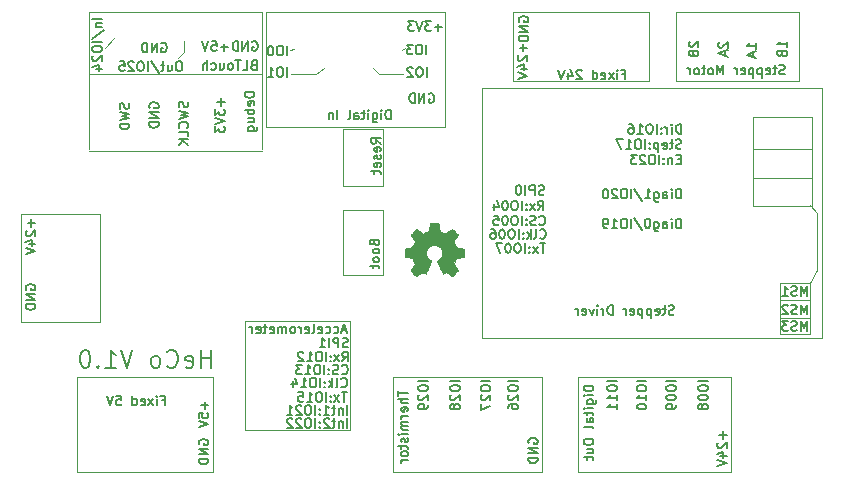
<source format=gbr>
%TF.GenerationSoftware,KiCad,Pcbnew,(5.1.10)-1*%
%TF.CreationDate,2021-11-13T18:31:53+01:00*%
%TF.ProjectId,HeCo,4865436f-2e6b-4696-9361-645f70636258,rev?*%
%TF.SameCoordinates,Original*%
%TF.FileFunction,Legend,Bot*%
%TF.FilePolarity,Positive*%
%FSLAX46Y46*%
G04 Gerber Fmt 4.6, Leading zero omitted, Abs format (unit mm)*
G04 Created by KiCad (PCBNEW (5.1.10)-1) date 2021-11-13 18:31:53*
%MOMM*%
%LPD*%
G01*
G04 APERTURE LIST*
%ADD10C,0.150000*%
%ADD11C,0.120000*%
%ADD12C,0.002540*%
G04 APERTURE END LIST*
D10*
X117600000Y-130678571D02*
X117600000Y-129178571D01*
X117600000Y-129892857D02*
X116742857Y-129892857D01*
X116742857Y-130678571D02*
X116742857Y-129178571D01*
X115457142Y-130607142D02*
X115600000Y-130678571D01*
X115885714Y-130678571D01*
X116028571Y-130607142D01*
X116100000Y-130464285D01*
X116100000Y-129892857D01*
X116028571Y-129750000D01*
X115885714Y-129678571D01*
X115600000Y-129678571D01*
X115457142Y-129750000D01*
X115385714Y-129892857D01*
X115385714Y-130035714D01*
X116100000Y-130178571D01*
X113885714Y-130535714D02*
X113957142Y-130607142D01*
X114171428Y-130678571D01*
X114314285Y-130678571D01*
X114528571Y-130607142D01*
X114671428Y-130464285D01*
X114742857Y-130321428D01*
X114814285Y-130035714D01*
X114814285Y-129821428D01*
X114742857Y-129535714D01*
X114671428Y-129392857D01*
X114528571Y-129250000D01*
X114314285Y-129178571D01*
X114171428Y-129178571D01*
X113957142Y-129250000D01*
X113885714Y-129321428D01*
X113028571Y-130678571D02*
X113171428Y-130607142D01*
X113242857Y-130535714D01*
X113314285Y-130392857D01*
X113314285Y-129964285D01*
X113242857Y-129821428D01*
X113171428Y-129750000D01*
X113028571Y-129678571D01*
X112814285Y-129678571D01*
X112671428Y-129750000D01*
X112600000Y-129821428D01*
X112528571Y-129964285D01*
X112528571Y-130392857D01*
X112600000Y-130535714D01*
X112671428Y-130607142D01*
X112814285Y-130678571D01*
X113028571Y-130678571D01*
X110957142Y-129178571D02*
X110457142Y-130678571D01*
X109957142Y-129178571D01*
X108671428Y-130678571D02*
X109528571Y-130678571D01*
X109100000Y-130678571D02*
X109100000Y-129178571D01*
X109242857Y-129392857D01*
X109385714Y-129535714D01*
X109528571Y-129607142D01*
X108028571Y-130535714D02*
X107957142Y-130607142D01*
X108028571Y-130678571D01*
X108100000Y-130607142D01*
X108028571Y-130535714D01*
X108028571Y-130678571D01*
X107028571Y-129178571D02*
X106885714Y-129178571D01*
X106742857Y-129250000D01*
X106671428Y-129321428D01*
X106600000Y-129464285D01*
X106528571Y-129750000D01*
X106528571Y-130107142D01*
X106600000Y-130392857D01*
X106671428Y-130535714D01*
X106742857Y-130607142D01*
X106885714Y-130678571D01*
X107028571Y-130678571D01*
X107171428Y-130607142D01*
X107242857Y-130535714D01*
X107314285Y-130392857D01*
X107385714Y-130107142D01*
X107385714Y-129750000D01*
X107314285Y-129464285D01*
X107242857Y-129321428D01*
X107171428Y-129250000D01*
X107028571Y-129178571D01*
D11*
X167400000Y-105500000D02*
X167400000Y-106400000D01*
X157000000Y-105500000D02*
X157000000Y-106400000D01*
X169300000Y-128200000D02*
X169300000Y-122900000D01*
X140550000Y-128200000D02*
X169300000Y-128200000D01*
X140550000Y-107050000D02*
X140550000Y-128200000D01*
X169300000Y-107000000D02*
X140550000Y-107050000D01*
X168900000Y-122400000D02*
X168300000Y-123550000D01*
X168900000Y-117550000D02*
X168900000Y-122400000D01*
X168350000Y-116950000D02*
X168900000Y-117550000D01*
X168350000Y-126450000D02*
X165750000Y-126450000D01*
X168350000Y-124950000D02*
X165750000Y-124950000D01*
X168350000Y-123550000D02*
X165750000Y-123550000D01*
X168350000Y-127800000D02*
X168350000Y-123550000D01*
X165750000Y-127800000D02*
X168350000Y-127800000D01*
X165750000Y-123550000D02*
X165750000Y-127800000D01*
D10*
X168078571Y-127561904D02*
X168078571Y-126761904D01*
X167811904Y-127333333D01*
X167545238Y-126761904D01*
X167545238Y-127561904D01*
X167202380Y-127523809D02*
X167088095Y-127561904D01*
X166897619Y-127561904D01*
X166821428Y-127523809D01*
X166783333Y-127485714D01*
X166745238Y-127409523D01*
X166745238Y-127333333D01*
X166783333Y-127257142D01*
X166821428Y-127219047D01*
X166897619Y-127180952D01*
X167050000Y-127142857D01*
X167126190Y-127104761D01*
X167164285Y-127066666D01*
X167202380Y-126990476D01*
X167202380Y-126914285D01*
X167164285Y-126838095D01*
X167126190Y-126800000D01*
X167050000Y-126761904D01*
X166859523Y-126761904D01*
X166745238Y-126800000D01*
X166478571Y-126761904D02*
X165983333Y-126761904D01*
X166250000Y-127066666D01*
X166135714Y-127066666D01*
X166059523Y-127104761D01*
X166021428Y-127142857D01*
X165983333Y-127219047D01*
X165983333Y-127409523D01*
X166021428Y-127485714D01*
X166059523Y-127523809D01*
X166135714Y-127561904D01*
X166364285Y-127561904D01*
X166440476Y-127523809D01*
X166478571Y-127485714D01*
X168078571Y-126161904D02*
X168078571Y-125361904D01*
X167811904Y-125933333D01*
X167545238Y-125361904D01*
X167545238Y-126161904D01*
X167202380Y-126123809D02*
X167088095Y-126161904D01*
X166897619Y-126161904D01*
X166821428Y-126123809D01*
X166783333Y-126085714D01*
X166745238Y-126009523D01*
X166745238Y-125933333D01*
X166783333Y-125857142D01*
X166821428Y-125819047D01*
X166897619Y-125780952D01*
X167050000Y-125742857D01*
X167126190Y-125704761D01*
X167164285Y-125666666D01*
X167202380Y-125590476D01*
X167202380Y-125514285D01*
X167164285Y-125438095D01*
X167126190Y-125400000D01*
X167050000Y-125361904D01*
X166859523Y-125361904D01*
X166745238Y-125400000D01*
X166440476Y-125438095D02*
X166402380Y-125400000D01*
X166326190Y-125361904D01*
X166135714Y-125361904D01*
X166059523Y-125400000D01*
X166021428Y-125438095D01*
X165983333Y-125514285D01*
X165983333Y-125590476D01*
X166021428Y-125704761D01*
X166478571Y-126161904D01*
X165983333Y-126161904D01*
X168078571Y-124611904D02*
X168078571Y-123811904D01*
X167811904Y-124383333D01*
X167545238Y-123811904D01*
X167545238Y-124611904D01*
X167202380Y-124573809D02*
X167088095Y-124611904D01*
X166897619Y-124611904D01*
X166821428Y-124573809D01*
X166783333Y-124535714D01*
X166745238Y-124459523D01*
X166745238Y-124383333D01*
X166783333Y-124307142D01*
X166821428Y-124269047D01*
X166897619Y-124230952D01*
X167050000Y-124192857D01*
X167126190Y-124154761D01*
X167164285Y-124116666D01*
X167202380Y-124040476D01*
X167202380Y-123964285D01*
X167164285Y-123888095D01*
X167126190Y-123850000D01*
X167050000Y-123811904D01*
X166859523Y-123811904D01*
X166745238Y-123850000D01*
X165983333Y-124611904D02*
X166440476Y-124611904D01*
X166211904Y-124611904D02*
X166211904Y-123811904D01*
X166288095Y-123926190D01*
X166364285Y-124002380D01*
X166440476Y-124040476D01*
D11*
X168450000Y-112150000D02*
X163500000Y-112150000D01*
X168450000Y-114600000D02*
X163500000Y-114600000D01*
X168450000Y-117000000D02*
X163500000Y-117000000D01*
X168450000Y-109500000D02*
X168450000Y-117000000D01*
X163500000Y-109500000D02*
X163500000Y-117000000D01*
X168450000Y-109500000D02*
X163500000Y-109500000D01*
D10*
X156802380Y-126173809D02*
X156688095Y-126211904D01*
X156497619Y-126211904D01*
X156421428Y-126173809D01*
X156383333Y-126135714D01*
X156345238Y-126059523D01*
X156345238Y-125983333D01*
X156383333Y-125907142D01*
X156421428Y-125869047D01*
X156497619Y-125830952D01*
X156650000Y-125792857D01*
X156726190Y-125754761D01*
X156764285Y-125716666D01*
X156802380Y-125640476D01*
X156802380Y-125564285D01*
X156764285Y-125488095D01*
X156726190Y-125450000D01*
X156650000Y-125411904D01*
X156459523Y-125411904D01*
X156345238Y-125450000D01*
X156116666Y-125678571D02*
X155811904Y-125678571D01*
X156002380Y-125411904D02*
X156002380Y-126097619D01*
X155964285Y-126173809D01*
X155888095Y-126211904D01*
X155811904Y-126211904D01*
X155240476Y-126173809D02*
X155316666Y-126211904D01*
X155469047Y-126211904D01*
X155545238Y-126173809D01*
X155583333Y-126097619D01*
X155583333Y-125792857D01*
X155545238Y-125716666D01*
X155469047Y-125678571D01*
X155316666Y-125678571D01*
X155240476Y-125716666D01*
X155202380Y-125792857D01*
X155202380Y-125869047D01*
X155583333Y-125945238D01*
X154859523Y-125678571D02*
X154859523Y-126478571D01*
X154859523Y-125716666D02*
X154783333Y-125678571D01*
X154630952Y-125678571D01*
X154554761Y-125716666D01*
X154516666Y-125754761D01*
X154478571Y-125830952D01*
X154478571Y-126059523D01*
X154516666Y-126135714D01*
X154554761Y-126173809D01*
X154630952Y-126211904D01*
X154783333Y-126211904D01*
X154859523Y-126173809D01*
X154135714Y-125678571D02*
X154135714Y-126478571D01*
X154135714Y-125716666D02*
X154059523Y-125678571D01*
X153907142Y-125678571D01*
X153830952Y-125716666D01*
X153792857Y-125754761D01*
X153754761Y-125830952D01*
X153754761Y-126059523D01*
X153792857Y-126135714D01*
X153830952Y-126173809D01*
X153907142Y-126211904D01*
X154059523Y-126211904D01*
X154135714Y-126173809D01*
X153107142Y-126173809D02*
X153183333Y-126211904D01*
X153335714Y-126211904D01*
X153411904Y-126173809D01*
X153450000Y-126097619D01*
X153450000Y-125792857D01*
X153411904Y-125716666D01*
X153335714Y-125678571D01*
X153183333Y-125678571D01*
X153107142Y-125716666D01*
X153069047Y-125792857D01*
X153069047Y-125869047D01*
X153450000Y-125945238D01*
X152726190Y-126211904D02*
X152726190Y-125678571D01*
X152726190Y-125830952D02*
X152688095Y-125754761D01*
X152650000Y-125716666D01*
X152573809Y-125678571D01*
X152497619Y-125678571D01*
X151621428Y-126211904D02*
X151621428Y-125411904D01*
X151430952Y-125411904D01*
X151316666Y-125450000D01*
X151240476Y-125526190D01*
X151202380Y-125602380D01*
X151164285Y-125754761D01*
X151164285Y-125869047D01*
X151202380Y-126021428D01*
X151240476Y-126097619D01*
X151316666Y-126173809D01*
X151430952Y-126211904D01*
X151621428Y-126211904D01*
X150821428Y-126211904D02*
X150821428Y-125678571D01*
X150821428Y-125830952D02*
X150783333Y-125754761D01*
X150745238Y-125716666D01*
X150669047Y-125678571D01*
X150592857Y-125678571D01*
X150326190Y-126211904D02*
X150326190Y-125678571D01*
X150326190Y-125411904D02*
X150364285Y-125450000D01*
X150326190Y-125488095D01*
X150288095Y-125450000D01*
X150326190Y-125411904D01*
X150326190Y-125488095D01*
X150021428Y-125678571D02*
X149830952Y-126211904D01*
X149640476Y-125678571D01*
X149030952Y-126173809D02*
X149107142Y-126211904D01*
X149259523Y-126211904D01*
X149335714Y-126173809D01*
X149373809Y-126097619D01*
X149373809Y-125792857D01*
X149335714Y-125716666D01*
X149259523Y-125678571D01*
X149107142Y-125678571D01*
X149030952Y-125716666D01*
X148992857Y-125792857D01*
X148992857Y-125869047D01*
X149373809Y-125945238D01*
X148650000Y-126211904D02*
X148650000Y-125678571D01*
X148650000Y-125830952D02*
X148611904Y-125754761D01*
X148573809Y-125716666D01*
X148497619Y-125678571D01*
X148421428Y-125678571D01*
X157395238Y-113042857D02*
X157128571Y-113042857D01*
X157014285Y-113461904D02*
X157395238Y-113461904D01*
X157395238Y-112661904D01*
X157014285Y-112661904D01*
X156671428Y-112928571D02*
X156671428Y-113461904D01*
X156671428Y-113004761D02*
X156633333Y-112966666D01*
X156557142Y-112928571D01*
X156442857Y-112928571D01*
X156366666Y-112966666D01*
X156328571Y-113042857D01*
X156328571Y-113461904D01*
X155947619Y-113385714D02*
X155909523Y-113423809D01*
X155947619Y-113461904D01*
X155985714Y-113423809D01*
X155947619Y-113385714D01*
X155947619Y-113461904D01*
X155947619Y-112966666D02*
X155909523Y-113004761D01*
X155947619Y-113042857D01*
X155985714Y-113004761D01*
X155947619Y-112966666D01*
X155947619Y-113042857D01*
X155566666Y-113461904D02*
X155566666Y-112661904D01*
X155033333Y-112661904D02*
X154880952Y-112661904D01*
X154804761Y-112700000D01*
X154728571Y-112776190D01*
X154690476Y-112928571D01*
X154690476Y-113195238D01*
X154728571Y-113347619D01*
X154804761Y-113423809D01*
X154880952Y-113461904D01*
X155033333Y-113461904D01*
X155109523Y-113423809D01*
X155185714Y-113347619D01*
X155223809Y-113195238D01*
X155223809Y-112928571D01*
X155185714Y-112776190D01*
X155109523Y-112700000D01*
X155033333Y-112661904D01*
X154385714Y-112738095D02*
X154347619Y-112700000D01*
X154271428Y-112661904D01*
X154080952Y-112661904D01*
X154004761Y-112700000D01*
X153966666Y-112738095D01*
X153928571Y-112814285D01*
X153928571Y-112890476D01*
X153966666Y-113004761D01*
X154423809Y-113461904D01*
X153928571Y-113461904D01*
X153661904Y-112661904D02*
X153166666Y-112661904D01*
X153433333Y-112966666D01*
X153319047Y-112966666D01*
X153242857Y-113004761D01*
X153204761Y-113042857D01*
X153166666Y-113119047D01*
X153166666Y-113309523D01*
X153204761Y-113385714D01*
X153242857Y-113423809D01*
X153319047Y-113461904D01*
X153547619Y-113461904D01*
X153623809Y-113423809D01*
X153661904Y-113385714D01*
D11*
X169300000Y-107000000D02*
X169300000Y-122900000D01*
X154700000Y-100600000D02*
X154700000Y-106400000D01*
X143200000Y-100600000D02*
X154700000Y-100600000D01*
X143200000Y-106400000D02*
X143200000Y-100600000D01*
X154700000Y-106400000D02*
X143200000Y-106400000D01*
D10*
X152414285Y-105842857D02*
X152680952Y-105842857D01*
X152680952Y-106261904D02*
X152680952Y-105461904D01*
X152300000Y-105461904D01*
X151995238Y-106261904D02*
X151995238Y-105728571D01*
X151995238Y-105461904D02*
X152033333Y-105500000D01*
X151995238Y-105538095D01*
X151957142Y-105500000D01*
X151995238Y-105461904D01*
X151995238Y-105538095D01*
X151690476Y-106261904D02*
X151271428Y-105728571D01*
X151690476Y-105728571D02*
X151271428Y-106261904D01*
X150661904Y-106223809D02*
X150738095Y-106261904D01*
X150890476Y-106261904D01*
X150966666Y-106223809D01*
X151004761Y-106147619D01*
X151004761Y-105842857D01*
X150966666Y-105766666D01*
X150890476Y-105728571D01*
X150738095Y-105728571D01*
X150661904Y-105766666D01*
X150623809Y-105842857D01*
X150623809Y-105919047D01*
X151004761Y-105995238D01*
X149938095Y-106261904D02*
X149938095Y-105461904D01*
X149938095Y-106223809D02*
X150014285Y-106261904D01*
X150166666Y-106261904D01*
X150242857Y-106223809D01*
X150280952Y-106185714D01*
X150319047Y-106109523D01*
X150319047Y-105880952D01*
X150280952Y-105804761D01*
X150242857Y-105766666D01*
X150166666Y-105728571D01*
X150014285Y-105728571D01*
X149938095Y-105766666D01*
X148985714Y-105538095D02*
X148947619Y-105500000D01*
X148871428Y-105461904D01*
X148680952Y-105461904D01*
X148604761Y-105500000D01*
X148566666Y-105538095D01*
X148528571Y-105614285D01*
X148528571Y-105690476D01*
X148566666Y-105804761D01*
X149023809Y-106261904D01*
X148528571Y-106261904D01*
X147842857Y-105728571D02*
X147842857Y-106261904D01*
X148033333Y-105423809D02*
X148223809Y-105995238D01*
X147728571Y-105995238D01*
X147538095Y-105461904D02*
X147271428Y-106261904D01*
X147004761Y-105461904D01*
D11*
X134000000Y-103600000D02*
X133800000Y-103800000D01*
X124600000Y-103700000D02*
X124300000Y-103800000D01*
X121900000Y-112300000D02*
X107300000Y-112300000D01*
X121900000Y-100600000D02*
X107300000Y-100600000D01*
X121900000Y-105800000D02*
X107300000Y-105800000D01*
X107300000Y-100600000D02*
X107300000Y-112200000D01*
X109400000Y-102800000D02*
X108600000Y-103600000D01*
X115300000Y-104000000D02*
X114800000Y-104500000D01*
X115300000Y-103000000D02*
X115300000Y-104000000D01*
D10*
X121261904Y-107361904D02*
X120461904Y-107361904D01*
X120461904Y-107552380D01*
X120500000Y-107666666D01*
X120576190Y-107742857D01*
X120652380Y-107780952D01*
X120804761Y-107819047D01*
X120919047Y-107819047D01*
X121071428Y-107780952D01*
X121147619Y-107742857D01*
X121223809Y-107666666D01*
X121261904Y-107552380D01*
X121261904Y-107361904D01*
X121223809Y-108466666D02*
X121261904Y-108390476D01*
X121261904Y-108238095D01*
X121223809Y-108161904D01*
X121147619Y-108123809D01*
X120842857Y-108123809D01*
X120766666Y-108161904D01*
X120728571Y-108238095D01*
X120728571Y-108390476D01*
X120766666Y-108466666D01*
X120842857Y-108504761D01*
X120919047Y-108504761D01*
X120995238Y-108123809D01*
X121261904Y-108847619D02*
X120461904Y-108847619D01*
X120766666Y-108847619D02*
X120728571Y-108923809D01*
X120728571Y-109076190D01*
X120766666Y-109152380D01*
X120804761Y-109190476D01*
X120880952Y-109228571D01*
X121109523Y-109228571D01*
X121185714Y-109190476D01*
X121223809Y-109152380D01*
X121261904Y-109076190D01*
X121261904Y-108923809D01*
X121223809Y-108847619D01*
X120728571Y-109914285D02*
X121261904Y-109914285D01*
X120728571Y-109571428D02*
X121147619Y-109571428D01*
X121223809Y-109609523D01*
X121261904Y-109685714D01*
X121261904Y-109800000D01*
X121223809Y-109876190D01*
X121185714Y-109914285D01*
X120728571Y-110638095D02*
X121376190Y-110638095D01*
X121452380Y-110600000D01*
X121490476Y-110561904D01*
X121528571Y-110485714D01*
X121528571Y-110371428D01*
X121490476Y-110295238D01*
X121223809Y-110638095D02*
X121261904Y-110561904D01*
X121261904Y-110409523D01*
X121223809Y-110333333D01*
X121185714Y-110295238D01*
X121109523Y-110257142D01*
X120880952Y-110257142D01*
X120804761Y-110295238D01*
X120766666Y-110333333D01*
X120728571Y-110409523D01*
X120728571Y-110561904D01*
X120766666Y-110638095D01*
D11*
X121900000Y-112200000D02*
X121900000Y-100600000D01*
D10*
X112400000Y-108690476D02*
X112361904Y-108614285D01*
X112361904Y-108500000D01*
X112400000Y-108385714D01*
X112476190Y-108309523D01*
X112552380Y-108271428D01*
X112704761Y-108233333D01*
X112819047Y-108233333D01*
X112971428Y-108271428D01*
X113047619Y-108309523D01*
X113123809Y-108385714D01*
X113161904Y-108500000D01*
X113161904Y-108576190D01*
X113123809Y-108690476D01*
X113085714Y-108728571D01*
X112819047Y-108728571D01*
X112819047Y-108576190D01*
X113161904Y-109071428D02*
X112361904Y-109071428D01*
X113161904Y-109528571D01*
X112361904Y-109528571D01*
X113161904Y-109909523D02*
X112361904Y-109909523D01*
X112361904Y-110100000D01*
X112400000Y-110214285D01*
X112476190Y-110290476D01*
X112552380Y-110328571D01*
X112704761Y-110366666D01*
X112819047Y-110366666D01*
X112971428Y-110328571D01*
X113047619Y-110290476D01*
X113123809Y-110214285D01*
X113161904Y-110100000D01*
X113161904Y-109909523D01*
X145288095Y-117361904D02*
X145554761Y-116980952D01*
X145745238Y-117361904D02*
X145745238Y-116561904D01*
X145440476Y-116561904D01*
X145364285Y-116600000D01*
X145326190Y-116638095D01*
X145288095Y-116714285D01*
X145288095Y-116828571D01*
X145326190Y-116904761D01*
X145364285Y-116942857D01*
X145440476Y-116980952D01*
X145745238Y-116980952D01*
X145021428Y-117361904D02*
X144602380Y-116828571D01*
X145021428Y-116828571D02*
X144602380Y-117361904D01*
X144297619Y-117285714D02*
X144259523Y-117323809D01*
X144297619Y-117361904D01*
X144335714Y-117323809D01*
X144297619Y-117285714D01*
X144297619Y-117361904D01*
X144297619Y-116866666D02*
X144259523Y-116904761D01*
X144297619Y-116942857D01*
X144335714Y-116904761D01*
X144297619Y-116866666D01*
X144297619Y-116942857D01*
X143916666Y-117361904D02*
X143916666Y-116561904D01*
X143383333Y-116561904D02*
X143230952Y-116561904D01*
X143154761Y-116600000D01*
X143078571Y-116676190D01*
X143040476Y-116828571D01*
X143040476Y-117095238D01*
X143078571Y-117247619D01*
X143154761Y-117323809D01*
X143230952Y-117361904D01*
X143383333Y-117361904D01*
X143459523Y-117323809D01*
X143535714Y-117247619D01*
X143573809Y-117095238D01*
X143573809Y-116828571D01*
X143535714Y-116676190D01*
X143459523Y-116600000D01*
X143383333Y-116561904D01*
X142545238Y-116561904D02*
X142469047Y-116561904D01*
X142392857Y-116600000D01*
X142354761Y-116638095D01*
X142316666Y-116714285D01*
X142278571Y-116866666D01*
X142278571Y-117057142D01*
X142316666Y-117209523D01*
X142354761Y-117285714D01*
X142392857Y-117323809D01*
X142469047Y-117361904D01*
X142545238Y-117361904D01*
X142621428Y-117323809D01*
X142659523Y-117285714D01*
X142697619Y-117209523D01*
X142735714Y-117057142D01*
X142735714Y-116866666D01*
X142697619Y-116714285D01*
X142659523Y-116638095D01*
X142621428Y-116600000D01*
X142545238Y-116561904D01*
X141592857Y-116828571D02*
X141592857Y-117361904D01*
X141783333Y-116523809D02*
X141973809Y-117095238D01*
X141478571Y-117095238D01*
X145447619Y-119685714D02*
X145485714Y-119723809D01*
X145600000Y-119761904D01*
X145676190Y-119761904D01*
X145790476Y-119723809D01*
X145866666Y-119647619D01*
X145904761Y-119571428D01*
X145942857Y-119419047D01*
X145942857Y-119304761D01*
X145904761Y-119152380D01*
X145866666Y-119076190D01*
X145790476Y-119000000D01*
X145676190Y-118961904D01*
X145600000Y-118961904D01*
X145485714Y-119000000D01*
X145447619Y-119038095D01*
X144990476Y-119761904D02*
X145066666Y-119723809D01*
X145104761Y-119647619D01*
X145104761Y-118961904D01*
X144685714Y-119761904D02*
X144685714Y-118961904D01*
X144609523Y-119457142D02*
X144380952Y-119761904D01*
X144380952Y-119228571D02*
X144685714Y-119533333D01*
X144038095Y-119685714D02*
X144000000Y-119723809D01*
X144038095Y-119761904D01*
X144076190Y-119723809D01*
X144038095Y-119685714D01*
X144038095Y-119761904D01*
X144038095Y-119266666D02*
X144000000Y-119304761D01*
X144038095Y-119342857D01*
X144076190Y-119304761D01*
X144038095Y-119266666D01*
X144038095Y-119342857D01*
X143657142Y-119761904D02*
X143657142Y-118961904D01*
X143123809Y-118961904D02*
X142971428Y-118961904D01*
X142895238Y-119000000D01*
X142819047Y-119076190D01*
X142780952Y-119228571D01*
X142780952Y-119495238D01*
X142819047Y-119647619D01*
X142895238Y-119723809D01*
X142971428Y-119761904D01*
X143123809Y-119761904D01*
X143200000Y-119723809D01*
X143276190Y-119647619D01*
X143314285Y-119495238D01*
X143314285Y-119228571D01*
X143276190Y-119076190D01*
X143200000Y-119000000D01*
X143123809Y-118961904D01*
X142285714Y-118961904D02*
X142209523Y-118961904D01*
X142133333Y-119000000D01*
X142095238Y-119038095D01*
X142057142Y-119114285D01*
X142019047Y-119266666D01*
X142019047Y-119457142D01*
X142057142Y-119609523D01*
X142095238Y-119685714D01*
X142133333Y-119723809D01*
X142209523Y-119761904D01*
X142285714Y-119761904D01*
X142361904Y-119723809D01*
X142400000Y-119685714D01*
X142438095Y-119609523D01*
X142476190Y-119457142D01*
X142476190Y-119266666D01*
X142438095Y-119114285D01*
X142400000Y-119038095D01*
X142361904Y-119000000D01*
X142285714Y-118961904D01*
X141333333Y-118961904D02*
X141485714Y-118961904D01*
X141561904Y-119000000D01*
X141600000Y-119038095D01*
X141676190Y-119152380D01*
X141714285Y-119304761D01*
X141714285Y-119609523D01*
X141676190Y-119685714D01*
X141638095Y-119723809D01*
X141561904Y-119761904D01*
X141409523Y-119761904D01*
X141333333Y-119723809D01*
X141295238Y-119685714D01*
X141257142Y-119609523D01*
X141257142Y-119419047D01*
X141295238Y-119342857D01*
X141333333Y-119304761D01*
X141409523Y-119266666D01*
X141561904Y-119266666D01*
X141638095Y-119304761D01*
X141676190Y-119342857D01*
X141714285Y-119419047D01*
X145914285Y-120161904D02*
X145457142Y-120161904D01*
X145685714Y-120961904D02*
X145685714Y-120161904D01*
X145266666Y-120961904D02*
X144847619Y-120428571D01*
X145266666Y-120428571D02*
X144847619Y-120961904D01*
X144542857Y-120885714D02*
X144504761Y-120923809D01*
X144542857Y-120961904D01*
X144580952Y-120923809D01*
X144542857Y-120885714D01*
X144542857Y-120961904D01*
X144542857Y-120466666D02*
X144504761Y-120504761D01*
X144542857Y-120542857D01*
X144580952Y-120504761D01*
X144542857Y-120466666D01*
X144542857Y-120542857D01*
X144161904Y-120961904D02*
X144161904Y-120161904D01*
X143628571Y-120161904D02*
X143476190Y-120161904D01*
X143400000Y-120200000D01*
X143323809Y-120276190D01*
X143285714Y-120428571D01*
X143285714Y-120695238D01*
X143323809Y-120847619D01*
X143400000Y-120923809D01*
X143476190Y-120961904D01*
X143628571Y-120961904D01*
X143704761Y-120923809D01*
X143780952Y-120847619D01*
X143819047Y-120695238D01*
X143819047Y-120428571D01*
X143780952Y-120276190D01*
X143704761Y-120200000D01*
X143628571Y-120161904D01*
X142790476Y-120161904D02*
X142714285Y-120161904D01*
X142638095Y-120200000D01*
X142600000Y-120238095D01*
X142561904Y-120314285D01*
X142523809Y-120466666D01*
X142523809Y-120657142D01*
X142561904Y-120809523D01*
X142600000Y-120885714D01*
X142638095Y-120923809D01*
X142714285Y-120961904D01*
X142790476Y-120961904D01*
X142866666Y-120923809D01*
X142904761Y-120885714D01*
X142942857Y-120809523D01*
X142980952Y-120657142D01*
X142980952Y-120466666D01*
X142942857Y-120314285D01*
X142904761Y-120238095D01*
X142866666Y-120200000D01*
X142790476Y-120161904D01*
X142257142Y-120161904D02*
X141723809Y-120161904D01*
X142066666Y-120961904D01*
X145395238Y-118535714D02*
X145433333Y-118573809D01*
X145547619Y-118611904D01*
X145623809Y-118611904D01*
X145738095Y-118573809D01*
X145814285Y-118497619D01*
X145852380Y-118421428D01*
X145890476Y-118269047D01*
X145890476Y-118154761D01*
X145852380Y-118002380D01*
X145814285Y-117926190D01*
X145738095Y-117850000D01*
X145623809Y-117811904D01*
X145547619Y-117811904D01*
X145433333Y-117850000D01*
X145395238Y-117888095D01*
X145090476Y-118573809D02*
X144976190Y-118611904D01*
X144785714Y-118611904D01*
X144709523Y-118573809D01*
X144671428Y-118535714D01*
X144633333Y-118459523D01*
X144633333Y-118383333D01*
X144671428Y-118307142D01*
X144709523Y-118269047D01*
X144785714Y-118230952D01*
X144938095Y-118192857D01*
X145014285Y-118154761D01*
X145052380Y-118116666D01*
X145090476Y-118040476D01*
X145090476Y-117964285D01*
X145052380Y-117888095D01*
X145014285Y-117850000D01*
X144938095Y-117811904D01*
X144747619Y-117811904D01*
X144633333Y-117850000D01*
X144290476Y-118535714D02*
X144252380Y-118573809D01*
X144290476Y-118611904D01*
X144328571Y-118573809D01*
X144290476Y-118535714D01*
X144290476Y-118611904D01*
X144290476Y-118116666D02*
X144252380Y-118154761D01*
X144290476Y-118192857D01*
X144328571Y-118154761D01*
X144290476Y-118116666D01*
X144290476Y-118192857D01*
X143909523Y-118611904D02*
X143909523Y-117811904D01*
X143376190Y-117811904D02*
X143223809Y-117811904D01*
X143147619Y-117850000D01*
X143071428Y-117926190D01*
X143033333Y-118078571D01*
X143033333Y-118345238D01*
X143071428Y-118497619D01*
X143147619Y-118573809D01*
X143223809Y-118611904D01*
X143376190Y-118611904D01*
X143452380Y-118573809D01*
X143528571Y-118497619D01*
X143566666Y-118345238D01*
X143566666Y-118078571D01*
X143528571Y-117926190D01*
X143452380Y-117850000D01*
X143376190Y-117811904D01*
X142538095Y-117811904D02*
X142461904Y-117811904D01*
X142385714Y-117850000D01*
X142347619Y-117888095D01*
X142309523Y-117964285D01*
X142271428Y-118116666D01*
X142271428Y-118307142D01*
X142309523Y-118459523D01*
X142347619Y-118535714D01*
X142385714Y-118573809D01*
X142461904Y-118611904D01*
X142538095Y-118611904D01*
X142614285Y-118573809D01*
X142652380Y-118535714D01*
X142690476Y-118459523D01*
X142728571Y-118307142D01*
X142728571Y-118116666D01*
X142690476Y-117964285D01*
X142652380Y-117888095D01*
X142614285Y-117850000D01*
X142538095Y-117811904D01*
X141547619Y-117811904D02*
X141928571Y-117811904D01*
X141966666Y-118192857D01*
X141928571Y-118154761D01*
X141852380Y-118116666D01*
X141661904Y-118116666D01*
X141585714Y-118154761D01*
X141547619Y-118192857D01*
X141509523Y-118269047D01*
X141509523Y-118459523D01*
X141547619Y-118535714D01*
X141585714Y-118573809D01*
X141661904Y-118611904D01*
X141852380Y-118611904D01*
X141928571Y-118573809D01*
X141966666Y-118535714D01*
D11*
X120500000Y-136000000D02*
X120500000Y-133800000D01*
X129400000Y-136000000D02*
X120500000Y-136000000D01*
X129400000Y-133800000D02*
X129400000Y-136000000D01*
D10*
X129133333Y-135761904D02*
X129133333Y-134961904D01*
X128752380Y-135228571D02*
X128752380Y-135761904D01*
X128752380Y-135304761D02*
X128714285Y-135266666D01*
X128638095Y-135228571D01*
X128523809Y-135228571D01*
X128447619Y-135266666D01*
X128409523Y-135342857D01*
X128409523Y-135761904D01*
X128142857Y-135228571D02*
X127838095Y-135228571D01*
X128028571Y-134961904D02*
X128028571Y-135647619D01*
X127990476Y-135723809D01*
X127914285Y-135761904D01*
X127838095Y-135761904D01*
X127609523Y-135038095D02*
X127571428Y-135000000D01*
X127495238Y-134961904D01*
X127304761Y-134961904D01*
X127228571Y-135000000D01*
X127190476Y-135038095D01*
X127152380Y-135114285D01*
X127152380Y-135190476D01*
X127190476Y-135304761D01*
X127647619Y-135761904D01*
X127152380Y-135761904D01*
X126809523Y-135685714D02*
X126771428Y-135723809D01*
X126809523Y-135761904D01*
X126847619Y-135723809D01*
X126809523Y-135685714D01*
X126809523Y-135761904D01*
X126809523Y-135266666D02*
X126771428Y-135304761D01*
X126809523Y-135342857D01*
X126847619Y-135304761D01*
X126809523Y-135266666D01*
X126809523Y-135342857D01*
X126428571Y-135761904D02*
X126428571Y-134961904D01*
X125895238Y-134961904D02*
X125742857Y-134961904D01*
X125666666Y-135000000D01*
X125590476Y-135076190D01*
X125552380Y-135228571D01*
X125552380Y-135495238D01*
X125590476Y-135647619D01*
X125666666Y-135723809D01*
X125742857Y-135761904D01*
X125895238Y-135761904D01*
X125971428Y-135723809D01*
X126047619Y-135647619D01*
X126085714Y-135495238D01*
X126085714Y-135228571D01*
X126047619Y-135076190D01*
X125971428Y-135000000D01*
X125895238Y-134961904D01*
X125247619Y-135038095D02*
X125209523Y-135000000D01*
X125133333Y-134961904D01*
X124942857Y-134961904D01*
X124866666Y-135000000D01*
X124828571Y-135038095D01*
X124790476Y-135114285D01*
X124790476Y-135190476D01*
X124828571Y-135304761D01*
X125285714Y-135761904D01*
X124790476Y-135761904D01*
X124485714Y-135038095D02*
X124447619Y-135000000D01*
X124371428Y-134961904D01*
X124180952Y-134961904D01*
X124104761Y-135000000D01*
X124066666Y-135038095D01*
X124028571Y-135114285D01*
X124028571Y-135190476D01*
X124066666Y-135304761D01*
X124523809Y-135761904D01*
X124028571Y-135761904D01*
X129133333Y-134661904D02*
X129133333Y-133861904D01*
X128752380Y-134128571D02*
X128752380Y-134661904D01*
X128752380Y-134204761D02*
X128714285Y-134166666D01*
X128638095Y-134128571D01*
X128523809Y-134128571D01*
X128447619Y-134166666D01*
X128409523Y-134242857D01*
X128409523Y-134661904D01*
X128142857Y-134128571D02*
X127838095Y-134128571D01*
X128028571Y-133861904D02*
X128028571Y-134547619D01*
X127990476Y-134623809D01*
X127914285Y-134661904D01*
X127838095Y-134661904D01*
X127152380Y-134661904D02*
X127609523Y-134661904D01*
X127380952Y-134661904D02*
X127380952Y-133861904D01*
X127457142Y-133976190D01*
X127533333Y-134052380D01*
X127609523Y-134090476D01*
X126809523Y-134585714D02*
X126771428Y-134623809D01*
X126809523Y-134661904D01*
X126847619Y-134623809D01*
X126809523Y-134585714D01*
X126809523Y-134661904D01*
X126809523Y-134166666D02*
X126771428Y-134204761D01*
X126809523Y-134242857D01*
X126847619Y-134204761D01*
X126809523Y-134166666D01*
X126809523Y-134242857D01*
X126428571Y-134661904D02*
X126428571Y-133861904D01*
X125895238Y-133861904D02*
X125742857Y-133861904D01*
X125666666Y-133900000D01*
X125590476Y-133976190D01*
X125552380Y-134128571D01*
X125552380Y-134395238D01*
X125590476Y-134547619D01*
X125666666Y-134623809D01*
X125742857Y-134661904D01*
X125895238Y-134661904D01*
X125971428Y-134623809D01*
X126047619Y-134547619D01*
X126085714Y-134395238D01*
X126085714Y-134128571D01*
X126047619Y-133976190D01*
X125971428Y-133900000D01*
X125895238Y-133861904D01*
X125247619Y-133938095D02*
X125209523Y-133900000D01*
X125133333Y-133861904D01*
X124942857Y-133861904D01*
X124866666Y-133900000D01*
X124828571Y-133938095D01*
X124790476Y-134014285D01*
X124790476Y-134090476D01*
X124828571Y-134204761D01*
X125285714Y-134661904D01*
X124790476Y-134661904D01*
X124028571Y-134661904D02*
X124485714Y-134661904D01*
X124257142Y-134661904D02*
X124257142Y-133861904D01*
X124333333Y-133976190D01*
X124409523Y-134052380D01*
X124485714Y-134090476D01*
D11*
X120500000Y-126700000D02*
X129400000Y-126700000D01*
X120500000Y-133800000D02*
X120500000Y-126700000D01*
X129400000Y-126700000D02*
X129400000Y-133800000D01*
D10*
X128647619Y-132285714D02*
X128685714Y-132323809D01*
X128800000Y-132361904D01*
X128876190Y-132361904D01*
X128990476Y-132323809D01*
X129066666Y-132247619D01*
X129104761Y-132171428D01*
X129142857Y-132019047D01*
X129142857Y-131904761D01*
X129104761Y-131752380D01*
X129066666Y-131676190D01*
X128990476Y-131600000D01*
X128876190Y-131561904D01*
X128800000Y-131561904D01*
X128685714Y-131600000D01*
X128647619Y-131638095D01*
X128190476Y-132361904D02*
X128266666Y-132323809D01*
X128304761Y-132247619D01*
X128304761Y-131561904D01*
X127885714Y-132361904D02*
X127885714Y-131561904D01*
X127809523Y-132057142D02*
X127580952Y-132361904D01*
X127580952Y-131828571D02*
X127885714Y-132133333D01*
X127238095Y-132285714D02*
X127200000Y-132323809D01*
X127238095Y-132361904D01*
X127276190Y-132323809D01*
X127238095Y-132285714D01*
X127238095Y-132361904D01*
X127238095Y-131866666D02*
X127200000Y-131904761D01*
X127238095Y-131942857D01*
X127276190Y-131904761D01*
X127238095Y-131866666D01*
X127238095Y-131942857D01*
X126857142Y-132361904D02*
X126857142Y-131561904D01*
X126323809Y-131561904D02*
X126171428Y-131561904D01*
X126095238Y-131600000D01*
X126019047Y-131676190D01*
X125980952Y-131828571D01*
X125980952Y-132095238D01*
X126019047Y-132247619D01*
X126095238Y-132323809D01*
X126171428Y-132361904D01*
X126323809Y-132361904D01*
X126400000Y-132323809D01*
X126476190Y-132247619D01*
X126514285Y-132095238D01*
X126514285Y-131828571D01*
X126476190Y-131676190D01*
X126400000Y-131600000D01*
X126323809Y-131561904D01*
X125219047Y-132361904D02*
X125676190Y-132361904D01*
X125447619Y-132361904D02*
X125447619Y-131561904D01*
X125523809Y-131676190D01*
X125600000Y-131752380D01*
X125676190Y-131790476D01*
X124533333Y-131828571D02*
X124533333Y-132361904D01*
X124723809Y-131523809D02*
X124914285Y-132095238D01*
X124419047Y-132095238D01*
X129114285Y-132761904D02*
X128657142Y-132761904D01*
X128885714Y-133561904D02*
X128885714Y-132761904D01*
X128466666Y-133561904D02*
X128047619Y-133028571D01*
X128466666Y-133028571D02*
X128047619Y-133561904D01*
X127742857Y-133485714D02*
X127704761Y-133523809D01*
X127742857Y-133561904D01*
X127780952Y-133523809D01*
X127742857Y-133485714D01*
X127742857Y-133561904D01*
X127742857Y-133066666D02*
X127704761Y-133104761D01*
X127742857Y-133142857D01*
X127780952Y-133104761D01*
X127742857Y-133066666D01*
X127742857Y-133142857D01*
X127361904Y-133561904D02*
X127361904Y-132761904D01*
X126828571Y-132761904D02*
X126676190Y-132761904D01*
X126600000Y-132800000D01*
X126523809Y-132876190D01*
X126485714Y-133028571D01*
X126485714Y-133295238D01*
X126523809Y-133447619D01*
X126600000Y-133523809D01*
X126676190Y-133561904D01*
X126828571Y-133561904D01*
X126904761Y-133523809D01*
X126980952Y-133447619D01*
X127019047Y-133295238D01*
X127019047Y-133028571D01*
X126980952Y-132876190D01*
X126904761Y-132800000D01*
X126828571Y-132761904D01*
X125723809Y-133561904D02*
X126180952Y-133561904D01*
X125952380Y-133561904D02*
X125952380Y-132761904D01*
X126028571Y-132876190D01*
X126104761Y-132952380D01*
X126180952Y-132990476D01*
X125000000Y-132761904D02*
X125380952Y-132761904D01*
X125419047Y-133142857D01*
X125380952Y-133104761D01*
X125304761Y-133066666D01*
X125114285Y-133066666D01*
X125038095Y-133104761D01*
X125000000Y-133142857D01*
X124961904Y-133219047D01*
X124961904Y-133409523D01*
X125000000Y-133485714D01*
X125038095Y-133523809D01*
X125114285Y-133561904D01*
X125304761Y-133561904D01*
X125380952Y-133523809D01*
X125419047Y-133485714D01*
X128738095Y-130161904D02*
X129004761Y-129780952D01*
X129195238Y-130161904D02*
X129195238Y-129361904D01*
X128890476Y-129361904D01*
X128814285Y-129400000D01*
X128776190Y-129438095D01*
X128738095Y-129514285D01*
X128738095Y-129628571D01*
X128776190Y-129704761D01*
X128814285Y-129742857D01*
X128890476Y-129780952D01*
X129195238Y-129780952D01*
X128471428Y-130161904D02*
X128052380Y-129628571D01*
X128471428Y-129628571D02*
X128052380Y-130161904D01*
X127747619Y-130085714D02*
X127709523Y-130123809D01*
X127747619Y-130161904D01*
X127785714Y-130123809D01*
X127747619Y-130085714D01*
X127747619Y-130161904D01*
X127747619Y-129666666D02*
X127709523Y-129704761D01*
X127747619Y-129742857D01*
X127785714Y-129704761D01*
X127747619Y-129666666D01*
X127747619Y-129742857D01*
X127366666Y-130161904D02*
X127366666Y-129361904D01*
X126833333Y-129361904D02*
X126680952Y-129361904D01*
X126604761Y-129400000D01*
X126528571Y-129476190D01*
X126490476Y-129628571D01*
X126490476Y-129895238D01*
X126528571Y-130047619D01*
X126604761Y-130123809D01*
X126680952Y-130161904D01*
X126833333Y-130161904D01*
X126909523Y-130123809D01*
X126985714Y-130047619D01*
X127023809Y-129895238D01*
X127023809Y-129628571D01*
X126985714Y-129476190D01*
X126909523Y-129400000D01*
X126833333Y-129361904D01*
X125728571Y-130161904D02*
X126185714Y-130161904D01*
X125957142Y-130161904D02*
X125957142Y-129361904D01*
X126033333Y-129476190D01*
X126109523Y-129552380D01*
X126185714Y-129590476D01*
X125423809Y-129438095D02*
X125385714Y-129400000D01*
X125309523Y-129361904D01*
X125119047Y-129361904D01*
X125042857Y-129400000D01*
X125004761Y-129438095D01*
X124966666Y-129514285D01*
X124966666Y-129590476D01*
X125004761Y-129704761D01*
X125461904Y-130161904D01*
X124966666Y-130161904D01*
X128695238Y-131185714D02*
X128733333Y-131223809D01*
X128847619Y-131261904D01*
X128923809Y-131261904D01*
X129038095Y-131223809D01*
X129114285Y-131147619D01*
X129152380Y-131071428D01*
X129190476Y-130919047D01*
X129190476Y-130804761D01*
X129152380Y-130652380D01*
X129114285Y-130576190D01*
X129038095Y-130500000D01*
X128923809Y-130461904D01*
X128847619Y-130461904D01*
X128733333Y-130500000D01*
X128695238Y-130538095D01*
X128390476Y-131223809D02*
X128276190Y-131261904D01*
X128085714Y-131261904D01*
X128009523Y-131223809D01*
X127971428Y-131185714D01*
X127933333Y-131109523D01*
X127933333Y-131033333D01*
X127971428Y-130957142D01*
X128009523Y-130919047D01*
X128085714Y-130880952D01*
X128238095Y-130842857D01*
X128314285Y-130804761D01*
X128352380Y-130766666D01*
X128390476Y-130690476D01*
X128390476Y-130614285D01*
X128352380Y-130538095D01*
X128314285Y-130500000D01*
X128238095Y-130461904D01*
X128047619Y-130461904D01*
X127933333Y-130500000D01*
X127590476Y-131185714D02*
X127552380Y-131223809D01*
X127590476Y-131261904D01*
X127628571Y-131223809D01*
X127590476Y-131185714D01*
X127590476Y-131261904D01*
X127590476Y-130766666D02*
X127552380Y-130804761D01*
X127590476Y-130842857D01*
X127628571Y-130804761D01*
X127590476Y-130766666D01*
X127590476Y-130842857D01*
X127209523Y-131261904D02*
X127209523Y-130461904D01*
X126676190Y-130461904D02*
X126523809Y-130461904D01*
X126447619Y-130500000D01*
X126371428Y-130576190D01*
X126333333Y-130728571D01*
X126333333Y-130995238D01*
X126371428Y-131147619D01*
X126447619Y-131223809D01*
X126523809Y-131261904D01*
X126676190Y-131261904D01*
X126752380Y-131223809D01*
X126828571Y-131147619D01*
X126866666Y-130995238D01*
X126866666Y-130728571D01*
X126828571Y-130576190D01*
X126752380Y-130500000D01*
X126676190Y-130461904D01*
X125571428Y-131261904D02*
X126028571Y-131261904D01*
X125800000Y-131261904D02*
X125800000Y-130461904D01*
X125876190Y-130576190D01*
X125952380Y-130652380D01*
X126028571Y-130690476D01*
X125304761Y-130461904D02*
X124809523Y-130461904D01*
X125076190Y-130766666D01*
X124961904Y-130766666D01*
X124885714Y-130804761D01*
X124847619Y-130842857D01*
X124809523Y-130919047D01*
X124809523Y-131109523D01*
X124847619Y-131185714D01*
X124885714Y-131223809D01*
X124961904Y-131261904D01*
X125190476Y-131261904D01*
X125266666Y-131223809D01*
X125304761Y-131185714D01*
X145800000Y-116023809D02*
X145685714Y-116061904D01*
X145495238Y-116061904D01*
X145419047Y-116023809D01*
X145380952Y-115985714D01*
X145342857Y-115909523D01*
X145342857Y-115833333D01*
X145380952Y-115757142D01*
X145419047Y-115719047D01*
X145495238Y-115680952D01*
X145647619Y-115642857D01*
X145723809Y-115604761D01*
X145761904Y-115566666D01*
X145800000Y-115490476D01*
X145800000Y-115414285D01*
X145761904Y-115338095D01*
X145723809Y-115300000D01*
X145647619Y-115261904D01*
X145457142Y-115261904D01*
X145342857Y-115300000D01*
X145000000Y-116061904D02*
X145000000Y-115261904D01*
X144695238Y-115261904D01*
X144619047Y-115300000D01*
X144580952Y-115338095D01*
X144542857Y-115414285D01*
X144542857Y-115528571D01*
X144580952Y-115604761D01*
X144619047Y-115642857D01*
X144695238Y-115680952D01*
X145000000Y-115680952D01*
X144200000Y-116061904D02*
X144200000Y-115261904D01*
X143666666Y-115261904D02*
X143590476Y-115261904D01*
X143514285Y-115300000D01*
X143476190Y-115338095D01*
X143438095Y-115414285D01*
X143400000Y-115566666D01*
X143400000Y-115757142D01*
X143438095Y-115909523D01*
X143476190Y-115985714D01*
X143514285Y-116023809D01*
X143590476Y-116061904D01*
X143666666Y-116061904D01*
X143742857Y-116023809D01*
X143780952Y-115985714D01*
X143819047Y-115909523D01*
X143857142Y-115757142D01*
X143857142Y-115566666D01*
X143819047Y-115414285D01*
X143780952Y-115338095D01*
X143742857Y-115300000D01*
X143666666Y-115261904D01*
X129200000Y-128923809D02*
X129085714Y-128961904D01*
X128895238Y-128961904D01*
X128819047Y-128923809D01*
X128780952Y-128885714D01*
X128742857Y-128809523D01*
X128742857Y-128733333D01*
X128780952Y-128657142D01*
X128819047Y-128619047D01*
X128895238Y-128580952D01*
X129047619Y-128542857D01*
X129123809Y-128504761D01*
X129161904Y-128466666D01*
X129200000Y-128390476D01*
X129200000Y-128314285D01*
X129161904Y-128238095D01*
X129123809Y-128200000D01*
X129047619Y-128161904D01*
X128857142Y-128161904D01*
X128742857Y-128200000D01*
X128400000Y-128961904D02*
X128400000Y-128161904D01*
X128095238Y-128161904D01*
X128019047Y-128200000D01*
X127980952Y-128238095D01*
X127942857Y-128314285D01*
X127942857Y-128428571D01*
X127980952Y-128504761D01*
X128019047Y-128542857D01*
X128095238Y-128580952D01*
X128400000Y-128580952D01*
X127600000Y-128961904D02*
X127600000Y-128161904D01*
X126800000Y-128961904D02*
X127257142Y-128961904D01*
X127028571Y-128961904D02*
X127028571Y-128161904D01*
X127104761Y-128276190D01*
X127180952Y-128352380D01*
X127257142Y-128390476D01*
X129076190Y-127533333D02*
X128695238Y-127533333D01*
X129152380Y-127761904D02*
X128885714Y-126961904D01*
X128619047Y-127761904D01*
X128009523Y-127723809D02*
X128085714Y-127761904D01*
X128238095Y-127761904D01*
X128314285Y-127723809D01*
X128352380Y-127685714D01*
X128390476Y-127609523D01*
X128390476Y-127380952D01*
X128352380Y-127304761D01*
X128314285Y-127266666D01*
X128238095Y-127228571D01*
X128085714Y-127228571D01*
X128009523Y-127266666D01*
X127323809Y-127723809D02*
X127400000Y-127761904D01*
X127552380Y-127761904D01*
X127628571Y-127723809D01*
X127666666Y-127685714D01*
X127704761Y-127609523D01*
X127704761Y-127380952D01*
X127666666Y-127304761D01*
X127628571Y-127266666D01*
X127552380Y-127228571D01*
X127400000Y-127228571D01*
X127323809Y-127266666D01*
X126676190Y-127723809D02*
X126752380Y-127761904D01*
X126904761Y-127761904D01*
X126980952Y-127723809D01*
X127019047Y-127647619D01*
X127019047Y-127342857D01*
X126980952Y-127266666D01*
X126904761Y-127228571D01*
X126752380Y-127228571D01*
X126676190Y-127266666D01*
X126638095Y-127342857D01*
X126638095Y-127419047D01*
X127019047Y-127495238D01*
X126180952Y-127761904D02*
X126257142Y-127723809D01*
X126295238Y-127647619D01*
X126295238Y-126961904D01*
X125571428Y-127723809D02*
X125647619Y-127761904D01*
X125800000Y-127761904D01*
X125876190Y-127723809D01*
X125914285Y-127647619D01*
X125914285Y-127342857D01*
X125876190Y-127266666D01*
X125800000Y-127228571D01*
X125647619Y-127228571D01*
X125571428Y-127266666D01*
X125533333Y-127342857D01*
X125533333Y-127419047D01*
X125914285Y-127495238D01*
X125190476Y-127761904D02*
X125190476Y-127228571D01*
X125190476Y-127380952D02*
X125152380Y-127304761D01*
X125114285Y-127266666D01*
X125038095Y-127228571D01*
X124961904Y-127228571D01*
X124580952Y-127761904D02*
X124657142Y-127723809D01*
X124695238Y-127685714D01*
X124733333Y-127609523D01*
X124733333Y-127380952D01*
X124695238Y-127304761D01*
X124657142Y-127266666D01*
X124580952Y-127228571D01*
X124466666Y-127228571D01*
X124390476Y-127266666D01*
X124352380Y-127304761D01*
X124314285Y-127380952D01*
X124314285Y-127609523D01*
X124352380Y-127685714D01*
X124390476Y-127723809D01*
X124466666Y-127761904D01*
X124580952Y-127761904D01*
X123971428Y-127761904D02*
X123971428Y-127228571D01*
X123971428Y-127304761D02*
X123933333Y-127266666D01*
X123857142Y-127228571D01*
X123742857Y-127228571D01*
X123666666Y-127266666D01*
X123628571Y-127342857D01*
X123628571Y-127761904D01*
X123628571Y-127342857D02*
X123590476Y-127266666D01*
X123514285Y-127228571D01*
X123400000Y-127228571D01*
X123323809Y-127266666D01*
X123285714Y-127342857D01*
X123285714Y-127761904D01*
X122600000Y-127723809D02*
X122676190Y-127761904D01*
X122828571Y-127761904D01*
X122904761Y-127723809D01*
X122942857Y-127647619D01*
X122942857Y-127342857D01*
X122904761Y-127266666D01*
X122828571Y-127228571D01*
X122676190Y-127228571D01*
X122600000Y-127266666D01*
X122561904Y-127342857D01*
X122561904Y-127419047D01*
X122942857Y-127495238D01*
X122333333Y-127228571D02*
X122028571Y-127228571D01*
X122219047Y-126961904D02*
X122219047Y-127647619D01*
X122180952Y-127723809D01*
X122104761Y-127761904D01*
X122028571Y-127761904D01*
X121457142Y-127723809D02*
X121533333Y-127761904D01*
X121685714Y-127761904D01*
X121761904Y-127723809D01*
X121800000Y-127647619D01*
X121800000Y-127342857D01*
X121761904Y-127266666D01*
X121685714Y-127228571D01*
X121533333Y-127228571D01*
X121457142Y-127266666D01*
X121419047Y-127342857D01*
X121419047Y-127419047D01*
X121800000Y-127495238D01*
X121076190Y-127761904D02*
X121076190Y-127228571D01*
X121076190Y-127380952D02*
X121038095Y-127304761D01*
X121000000Y-127266666D01*
X120923809Y-127228571D01*
X120847619Y-127228571D01*
X157409523Y-110861904D02*
X157409523Y-110061904D01*
X157219047Y-110061904D01*
X157104761Y-110100000D01*
X157028571Y-110176190D01*
X156990476Y-110252380D01*
X156952380Y-110404761D01*
X156952380Y-110519047D01*
X156990476Y-110671428D01*
X157028571Y-110747619D01*
X157104761Y-110823809D01*
X157219047Y-110861904D01*
X157409523Y-110861904D01*
X156609523Y-110861904D02*
X156609523Y-110328571D01*
X156609523Y-110061904D02*
X156647619Y-110100000D01*
X156609523Y-110138095D01*
X156571428Y-110100000D01*
X156609523Y-110061904D01*
X156609523Y-110138095D01*
X156228571Y-110861904D02*
X156228571Y-110328571D01*
X156228571Y-110480952D02*
X156190476Y-110404761D01*
X156152380Y-110366666D01*
X156076190Y-110328571D01*
X156000000Y-110328571D01*
X155733333Y-110785714D02*
X155695238Y-110823809D01*
X155733333Y-110861904D01*
X155771428Y-110823809D01*
X155733333Y-110785714D01*
X155733333Y-110861904D01*
X155733333Y-110366666D02*
X155695238Y-110404761D01*
X155733333Y-110442857D01*
X155771428Y-110404761D01*
X155733333Y-110366666D01*
X155733333Y-110442857D01*
X155352380Y-110861904D02*
X155352380Y-110061904D01*
X154819047Y-110061904D02*
X154666666Y-110061904D01*
X154590476Y-110100000D01*
X154514285Y-110176190D01*
X154476190Y-110328571D01*
X154476190Y-110595238D01*
X154514285Y-110747619D01*
X154590476Y-110823809D01*
X154666666Y-110861904D01*
X154819047Y-110861904D01*
X154895238Y-110823809D01*
X154971428Y-110747619D01*
X155009523Y-110595238D01*
X155009523Y-110328571D01*
X154971428Y-110176190D01*
X154895238Y-110100000D01*
X154819047Y-110061904D01*
X153714285Y-110861904D02*
X154171428Y-110861904D01*
X153942857Y-110861904D02*
X153942857Y-110061904D01*
X154019047Y-110176190D01*
X154095238Y-110252380D01*
X154171428Y-110290476D01*
X153028571Y-110061904D02*
X153180952Y-110061904D01*
X153257142Y-110100000D01*
X153295238Y-110138095D01*
X153371428Y-110252380D01*
X153409523Y-110404761D01*
X153409523Y-110709523D01*
X153371428Y-110785714D01*
X153333333Y-110823809D01*
X153257142Y-110861904D01*
X153104761Y-110861904D01*
X153028571Y-110823809D01*
X152990476Y-110785714D01*
X152952380Y-110709523D01*
X152952380Y-110519047D01*
X152990476Y-110442857D01*
X153028571Y-110404761D01*
X153104761Y-110366666D01*
X153257142Y-110366666D01*
X153333333Y-110404761D01*
X153371428Y-110442857D01*
X153409523Y-110519047D01*
X157423809Y-112123809D02*
X157309523Y-112161904D01*
X157119047Y-112161904D01*
X157042857Y-112123809D01*
X157004761Y-112085714D01*
X156966666Y-112009523D01*
X156966666Y-111933333D01*
X157004761Y-111857142D01*
X157042857Y-111819047D01*
X157119047Y-111780952D01*
X157271428Y-111742857D01*
X157347619Y-111704761D01*
X157385714Y-111666666D01*
X157423809Y-111590476D01*
X157423809Y-111514285D01*
X157385714Y-111438095D01*
X157347619Y-111400000D01*
X157271428Y-111361904D01*
X157080952Y-111361904D01*
X156966666Y-111400000D01*
X156738095Y-111628571D02*
X156433333Y-111628571D01*
X156623809Y-111361904D02*
X156623809Y-112047619D01*
X156585714Y-112123809D01*
X156509523Y-112161904D01*
X156433333Y-112161904D01*
X155861904Y-112123809D02*
X155938095Y-112161904D01*
X156090476Y-112161904D01*
X156166666Y-112123809D01*
X156204761Y-112047619D01*
X156204761Y-111742857D01*
X156166666Y-111666666D01*
X156090476Y-111628571D01*
X155938095Y-111628571D01*
X155861904Y-111666666D01*
X155823809Y-111742857D01*
X155823809Y-111819047D01*
X156204761Y-111895238D01*
X155480952Y-111628571D02*
X155480952Y-112428571D01*
X155480952Y-111666666D02*
X155404761Y-111628571D01*
X155252380Y-111628571D01*
X155176190Y-111666666D01*
X155138095Y-111704761D01*
X155100000Y-111780952D01*
X155100000Y-112009523D01*
X155138095Y-112085714D01*
X155176190Y-112123809D01*
X155252380Y-112161904D01*
X155404761Y-112161904D01*
X155480952Y-112123809D01*
X154757142Y-112085714D02*
X154719047Y-112123809D01*
X154757142Y-112161904D01*
X154795238Y-112123809D01*
X154757142Y-112085714D01*
X154757142Y-112161904D01*
X154757142Y-111666666D02*
X154719047Y-111704761D01*
X154757142Y-111742857D01*
X154795238Y-111704761D01*
X154757142Y-111666666D01*
X154757142Y-111742857D01*
X154376190Y-112161904D02*
X154376190Y-111361904D01*
X153842857Y-111361904D02*
X153690476Y-111361904D01*
X153614285Y-111400000D01*
X153538095Y-111476190D01*
X153500000Y-111628571D01*
X153500000Y-111895238D01*
X153538095Y-112047619D01*
X153614285Y-112123809D01*
X153690476Y-112161904D01*
X153842857Y-112161904D01*
X153919047Y-112123809D01*
X153995238Y-112047619D01*
X154033333Y-111895238D01*
X154033333Y-111628571D01*
X153995238Y-111476190D01*
X153919047Y-111400000D01*
X153842857Y-111361904D01*
X152738095Y-112161904D02*
X153195238Y-112161904D01*
X152966666Y-112161904D02*
X152966666Y-111361904D01*
X153042857Y-111476190D01*
X153119047Y-111552380D01*
X153195238Y-111590476D01*
X152471428Y-111361904D02*
X151938095Y-111361904D01*
X152280952Y-112161904D01*
X157395238Y-116361904D02*
X157395238Y-115561904D01*
X157204761Y-115561904D01*
X157090476Y-115600000D01*
X157014285Y-115676190D01*
X156976190Y-115752380D01*
X156938095Y-115904761D01*
X156938095Y-116019047D01*
X156976190Y-116171428D01*
X157014285Y-116247619D01*
X157090476Y-116323809D01*
X157204761Y-116361904D01*
X157395238Y-116361904D01*
X156595238Y-116361904D02*
X156595238Y-115828571D01*
X156595238Y-115561904D02*
X156633333Y-115600000D01*
X156595238Y-115638095D01*
X156557142Y-115600000D01*
X156595238Y-115561904D01*
X156595238Y-115638095D01*
X155871428Y-116361904D02*
X155871428Y-115942857D01*
X155909523Y-115866666D01*
X155985714Y-115828571D01*
X156138095Y-115828571D01*
X156214285Y-115866666D01*
X155871428Y-116323809D02*
X155947619Y-116361904D01*
X156138095Y-116361904D01*
X156214285Y-116323809D01*
X156252380Y-116247619D01*
X156252380Y-116171428D01*
X156214285Y-116095238D01*
X156138095Y-116057142D01*
X155947619Y-116057142D01*
X155871428Y-116019047D01*
X155147619Y-115828571D02*
X155147619Y-116476190D01*
X155185714Y-116552380D01*
X155223809Y-116590476D01*
X155300000Y-116628571D01*
X155414285Y-116628571D01*
X155490476Y-116590476D01*
X155147619Y-116323809D02*
X155223809Y-116361904D01*
X155376190Y-116361904D01*
X155452380Y-116323809D01*
X155490476Y-116285714D01*
X155528571Y-116209523D01*
X155528571Y-115980952D01*
X155490476Y-115904761D01*
X155452380Y-115866666D01*
X155376190Y-115828571D01*
X155223809Y-115828571D01*
X155147619Y-115866666D01*
X154347619Y-116361904D02*
X154804761Y-116361904D01*
X154576190Y-116361904D02*
X154576190Y-115561904D01*
X154652380Y-115676190D01*
X154728571Y-115752380D01*
X154804761Y-115790476D01*
X153433333Y-115523809D02*
X154119047Y-116552380D01*
X153166666Y-116361904D02*
X153166666Y-115561904D01*
X152633333Y-115561904D02*
X152480952Y-115561904D01*
X152404761Y-115600000D01*
X152328571Y-115676190D01*
X152290476Y-115828571D01*
X152290476Y-116095238D01*
X152328571Y-116247619D01*
X152404761Y-116323809D01*
X152480952Y-116361904D01*
X152633333Y-116361904D01*
X152709523Y-116323809D01*
X152785714Y-116247619D01*
X152823809Y-116095238D01*
X152823809Y-115828571D01*
X152785714Y-115676190D01*
X152709523Y-115600000D01*
X152633333Y-115561904D01*
X151985714Y-115638095D02*
X151947619Y-115600000D01*
X151871428Y-115561904D01*
X151680952Y-115561904D01*
X151604761Y-115600000D01*
X151566666Y-115638095D01*
X151528571Y-115714285D01*
X151528571Y-115790476D01*
X151566666Y-115904761D01*
X152023809Y-116361904D01*
X151528571Y-116361904D01*
X151033333Y-115561904D02*
X150957142Y-115561904D01*
X150880952Y-115600000D01*
X150842857Y-115638095D01*
X150804761Y-115714285D01*
X150766666Y-115866666D01*
X150766666Y-116057142D01*
X150804761Y-116209523D01*
X150842857Y-116285714D01*
X150880952Y-116323809D01*
X150957142Y-116361904D01*
X151033333Y-116361904D01*
X151109523Y-116323809D01*
X151147619Y-116285714D01*
X151185714Y-116209523D01*
X151223809Y-116057142D01*
X151223809Y-115866666D01*
X151185714Y-115714285D01*
X151147619Y-115638095D01*
X151109523Y-115600000D01*
X151033333Y-115561904D01*
X157395238Y-118861904D02*
X157395238Y-118061904D01*
X157204761Y-118061904D01*
X157090476Y-118100000D01*
X157014285Y-118176190D01*
X156976190Y-118252380D01*
X156938095Y-118404761D01*
X156938095Y-118519047D01*
X156976190Y-118671428D01*
X157014285Y-118747619D01*
X157090476Y-118823809D01*
X157204761Y-118861904D01*
X157395238Y-118861904D01*
X156595238Y-118861904D02*
X156595238Y-118328571D01*
X156595238Y-118061904D02*
X156633333Y-118100000D01*
X156595238Y-118138095D01*
X156557142Y-118100000D01*
X156595238Y-118061904D01*
X156595238Y-118138095D01*
X155871428Y-118861904D02*
X155871428Y-118442857D01*
X155909523Y-118366666D01*
X155985714Y-118328571D01*
X156138095Y-118328571D01*
X156214285Y-118366666D01*
X155871428Y-118823809D02*
X155947619Y-118861904D01*
X156138095Y-118861904D01*
X156214285Y-118823809D01*
X156252380Y-118747619D01*
X156252380Y-118671428D01*
X156214285Y-118595238D01*
X156138095Y-118557142D01*
X155947619Y-118557142D01*
X155871428Y-118519047D01*
X155147619Y-118328571D02*
X155147619Y-118976190D01*
X155185714Y-119052380D01*
X155223809Y-119090476D01*
X155300000Y-119128571D01*
X155414285Y-119128571D01*
X155490476Y-119090476D01*
X155147619Y-118823809D02*
X155223809Y-118861904D01*
X155376190Y-118861904D01*
X155452380Y-118823809D01*
X155490476Y-118785714D01*
X155528571Y-118709523D01*
X155528571Y-118480952D01*
X155490476Y-118404761D01*
X155452380Y-118366666D01*
X155376190Y-118328571D01*
X155223809Y-118328571D01*
X155147619Y-118366666D01*
X154614285Y-118061904D02*
X154538095Y-118061904D01*
X154461904Y-118100000D01*
X154423809Y-118138095D01*
X154385714Y-118214285D01*
X154347619Y-118366666D01*
X154347619Y-118557142D01*
X154385714Y-118709523D01*
X154423809Y-118785714D01*
X154461904Y-118823809D01*
X154538095Y-118861904D01*
X154614285Y-118861904D01*
X154690476Y-118823809D01*
X154728571Y-118785714D01*
X154766666Y-118709523D01*
X154804761Y-118557142D01*
X154804761Y-118366666D01*
X154766666Y-118214285D01*
X154728571Y-118138095D01*
X154690476Y-118100000D01*
X154614285Y-118061904D01*
X153433333Y-118023809D02*
X154119047Y-119052380D01*
X153166666Y-118861904D02*
X153166666Y-118061904D01*
X152633333Y-118061904D02*
X152480952Y-118061904D01*
X152404761Y-118100000D01*
X152328571Y-118176190D01*
X152290476Y-118328571D01*
X152290476Y-118595238D01*
X152328571Y-118747619D01*
X152404761Y-118823809D01*
X152480952Y-118861904D01*
X152633333Y-118861904D01*
X152709523Y-118823809D01*
X152785714Y-118747619D01*
X152823809Y-118595238D01*
X152823809Y-118328571D01*
X152785714Y-118176190D01*
X152709523Y-118100000D01*
X152633333Y-118061904D01*
X151528571Y-118861904D02*
X151985714Y-118861904D01*
X151757142Y-118861904D02*
X151757142Y-118061904D01*
X151833333Y-118176190D01*
X151909523Y-118252380D01*
X151985714Y-118290476D01*
X151147619Y-118861904D02*
X150995238Y-118861904D01*
X150919047Y-118823809D01*
X150880952Y-118785714D01*
X150804761Y-118671428D01*
X150766666Y-118519047D01*
X150766666Y-118214285D01*
X150804761Y-118138095D01*
X150842857Y-118100000D01*
X150919047Y-118061904D01*
X151071428Y-118061904D01*
X151147619Y-118100000D01*
X151185714Y-118138095D01*
X151223809Y-118214285D01*
X151223809Y-118404761D01*
X151185714Y-118480952D01*
X151147619Y-118519047D01*
X151071428Y-118557142D01*
X150919047Y-118557142D01*
X150842857Y-118519047D01*
X150804761Y-118480952D01*
X150766666Y-118404761D01*
D11*
X157000000Y-100600000D02*
X167400000Y-100600000D01*
X157000000Y-105500000D02*
X157000000Y-100600000D01*
X167400000Y-106400000D02*
X157000000Y-106400000D01*
X167400000Y-100600000D02*
X167400000Y-105500000D01*
D10*
X158138095Y-103071428D02*
X158100000Y-103109523D01*
X158061904Y-103185714D01*
X158061904Y-103376190D01*
X158100000Y-103452380D01*
X158138095Y-103490476D01*
X158214285Y-103528571D01*
X158290476Y-103528571D01*
X158404761Y-103490476D01*
X158861904Y-103033333D01*
X158861904Y-103528571D01*
X158442857Y-104138095D02*
X158480952Y-104252380D01*
X158519047Y-104290476D01*
X158595238Y-104328571D01*
X158709523Y-104328571D01*
X158785714Y-104290476D01*
X158823809Y-104252380D01*
X158861904Y-104176190D01*
X158861904Y-103871428D01*
X158061904Y-103871428D01*
X158061904Y-104138095D01*
X158100000Y-104214285D01*
X158138095Y-104252380D01*
X158214285Y-104290476D01*
X158290476Y-104290476D01*
X158366666Y-104252380D01*
X158404761Y-104214285D01*
X158442857Y-104138095D01*
X158442857Y-103871428D01*
X160638095Y-103128571D02*
X160600000Y-103166666D01*
X160561904Y-103242857D01*
X160561904Y-103433333D01*
X160600000Y-103509523D01*
X160638095Y-103547619D01*
X160714285Y-103585714D01*
X160790476Y-103585714D01*
X160904761Y-103547619D01*
X161361904Y-103090476D01*
X161361904Y-103585714D01*
X161133333Y-103890476D02*
X161133333Y-104271428D01*
X161361904Y-103814285D02*
X160561904Y-104080952D01*
X161361904Y-104347619D01*
X166361904Y-103528571D02*
X166361904Y-103071428D01*
X166361904Y-103300000D02*
X165561904Y-103300000D01*
X165676190Y-103223809D01*
X165752380Y-103147619D01*
X165790476Y-103071428D01*
X165942857Y-104138095D02*
X165980952Y-104252380D01*
X166019047Y-104290476D01*
X166095238Y-104328571D01*
X166209523Y-104328571D01*
X166285714Y-104290476D01*
X166323809Y-104252380D01*
X166361904Y-104176190D01*
X166361904Y-103871428D01*
X165561904Y-103871428D01*
X165561904Y-104138095D01*
X165600000Y-104214285D01*
X165638095Y-104252380D01*
X165714285Y-104290476D01*
X165790476Y-104290476D01*
X165866666Y-104252380D01*
X165904761Y-104214285D01*
X165942857Y-104138095D01*
X165942857Y-103871428D01*
X163761904Y-103685714D02*
X163761904Y-103228571D01*
X163761904Y-103457142D02*
X162961904Y-103457142D01*
X163076190Y-103380952D01*
X163152380Y-103304761D01*
X163190476Y-103228571D01*
X163533333Y-103990476D02*
X163533333Y-104371428D01*
X163761904Y-103914285D02*
X162961904Y-104180952D01*
X163761904Y-104447619D01*
X166176190Y-105823809D02*
X166061904Y-105861904D01*
X165871428Y-105861904D01*
X165795238Y-105823809D01*
X165757142Y-105785714D01*
X165719047Y-105709523D01*
X165719047Y-105633333D01*
X165757142Y-105557142D01*
X165795238Y-105519047D01*
X165871428Y-105480952D01*
X166023809Y-105442857D01*
X166100000Y-105404761D01*
X166138095Y-105366666D01*
X166176190Y-105290476D01*
X166176190Y-105214285D01*
X166138095Y-105138095D01*
X166100000Y-105100000D01*
X166023809Y-105061904D01*
X165833333Y-105061904D01*
X165719047Y-105100000D01*
X165490476Y-105328571D02*
X165185714Y-105328571D01*
X165376190Y-105061904D02*
X165376190Y-105747619D01*
X165338095Y-105823809D01*
X165261904Y-105861904D01*
X165185714Y-105861904D01*
X164614285Y-105823809D02*
X164690476Y-105861904D01*
X164842857Y-105861904D01*
X164919047Y-105823809D01*
X164957142Y-105747619D01*
X164957142Y-105442857D01*
X164919047Y-105366666D01*
X164842857Y-105328571D01*
X164690476Y-105328571D01*
X164614285Y-105366666D01*
X164576190Y-105442857D01*
X164576190Y-105519047D01*
X164957142Y-105595238D01*
X164233333Y-105328571D02*
X164233333Y-106128571D01*
X164233333Y-105366666D02*
X164157142Y-105328571D01*
X164004761Y-105328571D01*
X163928571Y-105366666D01*
X163890476Y-105404761D01*
X163852380Y-105480952D01*
X163852380Y-105709523D01*
X163890476Y-105785714D01*
X163928571Y-105823809D01*
X164004761Y-105861904D01*
X164157142Y-105861904D01*
X164233333Y-105823809D01*
X163509523Y-105328571D02*
X163509523Y-106128571D01*
X163509523Y-105366666D02*
X163433333Y-105328571D01*
X163280952Y-105328571D01*
X163204761Y-105366666D01*
X163166666Y-105404761D01*
X163128571Y-105480952D01*
X163128571Y-105709523D01*
X163166666Y-105785714D01*
X163204761Y-105823809D01*
X163280952Y-105861904D01*
X163433333Y-105861904D01*
X163509523Y-105823809D01*
X162480952Y-105823809D02*
X162557142Y-105861904D01*
X162709523Y-105861904D01*
X162785714Y-105823809D01*
X162823809Y-105747619D01*
X162823809Y-105442857D01*
X162785714Y-105366666D01*
X162709523Y-105328571D01*
X162557142Y-105328571D01*
X162480952Y-105366666D01*
X162442857Y-105442857D01*
X162442857Y-105519047D01*
X162823809Y-105595238D01*
X162100000Y-105861904D02*
X162100000Y-105328571D01*
X162100000Y-105480952D02*
X162061904Y-105404761D01*
X162023809Y-105366666D01*
X161947619Y-105328571D01*
X161871428Y-105328571D01*
X160995238Y-105861904D02*
X160995238Y-105061904D01*
X160728571Y-105633333D01*
X160461904Y-105061904D01*
X160461904Y-105861904D01*
X159966666Y-105861904D02*
X160042857Y-105823809D01*
X160080952Y-105785714D01*
X160119047Y-105709523D01*
X160119047Y-105480952D01*
X160080952Y-105404761D01*
X160042857Y-105366666D01*
X159966666Y-105328571D01*
X159852380Y-105328571D01*
X159776190Y-105366666D01*
X159738095Y-105404761D01*
X159700000Y-105480952D01*
X159700000Y-105709523D01*
X159738095Y-105785714D01*
X159776190Y-105823809D01*
X159852380Y-105861904D01*
X159966666Y-105861904D01*
X159471428Y-105328571D02*
X159166666Y-105328571D01*
X159357142Y-105061904D02*
X159357142Y-105747619D01*
X159319047Y-105823809D01*
X159242857Y-105861904D01*
X159166666Y-105861904D01*
X158785714Y-105861904D02*
X158861904Y-105823809D01*
X158900000Y-105785714D01*
X158938095Y-105709523D01*
X158938095Y-105480952D01*
X158900000Y-105404761D01*
X158861904Y-105366666D01*
X158785714Y-105328571D01*
X158671428Y-105328571D01*
X158595238Y-105366666D01*
X158557142Y-105404761D01*
X158519047Y-105480952D01*
X158519047Y-105709523D01*
X158557142Y-105785714D01*
X158595238Y-105823809D01*
X158671428Y-105861904D01*
X158785714Y-105861904D01*
X158176190Y-105861904D02*
X158176190Y-105328571D01*
X158176190Y-105480952D02*
X158138095Y-105404761D01*
X158100000Y-105366666D01*
X158023809Y-105328571D01*
X157947619Y-105328571D01*
D11*
X148700000Y-139500000D02*
X161600000Y-139500000D01*
X148700000Y-131500000D02*
X148700000Y-139500000D01*
X161600000Y-131500000D02*
X148700000Y-131500000D01*
X161600000Y-139500000D02*
X161600000Y-131500000D01*
D10*
X151961904Y-131819047D02*
X151161904Y-131819047D01*
X151161904Y-132352380D02*
X151161904Y-132504761D01*
X151200000Y-132580952D01*
X151276190Y-132657142D01*
X151428571Y-132695238D01*
X151695238Y-132695238D01*
X151847619Y-132657142D01*
X151923809Y-132580952D01*
X151961904Y-132504761D01*
X151961904Y-132352380D01*
X151923809Y-132276190D01*
X151847619Y-132200000D01*
X151695238Y-132161904D01*
X151428571Y-132161904D01*
X151276190Y-132200000D01*
X151200000Y-132276190D01*
X151161904Y-132352380D01*
X151961904Y-133457142D02*
X151961904Y-133000000D01*
X151961904Y-133228571D02*
X151161904Y-133228571D01*
X151276190Y-133152380D01*
X151352380Y-133076190D01*
X151390476Y-133000000D01*
X151961904Y-134219047D02*
X151961904Y-133761904D01*
X151961904Y-133990476D02*
X151161904Y-133990476D01*
X151276190Y-133914285D01*
X151352380Y-133838095D01*
X151390476Y-133761904D01*
X154461904Y-131819047D02*
X153661904Y-131819047D01*
X153661904Y-132352380D02*
X153661904Y-132504761D01*
X153700000Y-132580952D01*
X153776190Y-132657142D01*
X153928571Y-132695238D01*
X154195238Y-132695238D01*
X154347619Y-132657142D01*
X154423809Y-132580952D01*
X154461904Y-132504761D01*
X154461904Y-132352380D01*
X154423809Y-132276190D01*
X154347619Y-132200000D01*
X154195238Y-132161904D01*
X153928571Y-132161904D01*
X153776190Y-132200000D01*
X153700000Y-132276190D01*
X153661904Y-132352380D01*
X154461904Y-133457142D02*
X154461904Y-133000000D01*
X154461904Y-133228571D02*
X153661904Y-133228571D01*
X153776190Y-133152380D01*
X153852380Y-133076190D01*
X153890476Y-133000000D01*
X153661904Y-133952380D02*
X153661904Y-134028571D01*
X153700000Y-134104761D01*
X153738095Y-134142857D01*
X153814285Y-134180952D01*
X153966666Y-134219047D01*
X154157142Y-134219047D01*
X154309523Y-134180952D01*
X154385714Y-134142857D01*
X154423809Y-134104761D01*
X154461904Y-134028571D01*
X154461904Y-133952380D01*
X154423809Y-133876190D01*
X154385714Y-133838095D01*
X154309523Y-133800000D01*
X154157142Y-133761904D01*
X153966666Y-133761904D01*
X153814285Y-133800000D01*
X153738095Y-133838095D01*
X153700000Y-133876190D01*
X153661904Y-133952380D01*
X156961904Y-131819047D02*
X156161904Y-131819047D01*
X156161904Y-132352380D02*
X156161904Y-132504761D01*
X156200000Y-132580952D01*
X156276190Y-132657142D01*
X156428571Y-132695238D01*
X156695238Y-132695238D01*
X156847619Y-132657142D01*
X156923809Y-132580952D01*
X156961904Y-132504761D01*
X156961904Y-132352380D01*
X156923809Y-132276190D01*
X156847619Y-132200000D01*
X156695238Y-132161904D01*
X156428571Y-132161904D01*
X156276190Y-132200000D01*
X156200000Y-132276190D01*
X156161904Y-132352380D01*
X156161904Y-133190476D02*
X156161904Y-133266666D01*
X156200000Y-133342857D01*
X156238095Y-133380952D01*
X156314285Y-133419047D01*
X156466666Y-133457142D01*
X156657142Y-133457142D01*
X156809523Y-133419047D01*
X156885714Y-133380952D01*
X156923809Y-133342857D01*
X156961904Y-133266666D01*
X156961904Y-133190476D01*
X156923809Y-133114285D01*
X156885714Y-133076190D01*
X156809523Y-133038095D01*
X156657142Y-133000000D01*
X156466666Y-133000000D01*
X156314285Y-133038095D01*
X156238095Y-133076190D01*
X156200000Y-133114285D01*
X156161904Y-133190476D01*
X156961904Y-133838095D02*
X156961904Y-133990476D01*
X156923809Y-134066666D01*
X156885714Y-134104761D01*
X156771428Y-134180952D01*
X156619047Y-134219047D01*
X156314285Y-134219047D01*
X156238095Y-134180952D01*
X156200000Y-134142857D01*
X156161904Y-134066666D01*
X156161904Y-133914285D01*
X156200000Y-133838095D01*
X156238095Y-133800000D01*
X156314285Y-133761904D01*
X156504761Y-133761904D01*
X156580952Y-133800000D01*
X156619047Y-133838095D01*
X156657142Y-133914285D01*
X156657142Y-134066666D01*
X156619047Y-134142857D01*
X156580952Y-134180952D01*
X156504761Y-134219047D01*
X159661904Y-131819047D02*
X158861904Y-131819047D01*
X158861904Y-132352380D02*
X158861904Y-132504761D01*
X158900000Y-132580952D01*
X158976190Y-132657142D01*
X159128571Y-132695238D01*
X159395238Y-132695238D01*
X159547619Y-132657142D01*
X159623809Y-132580952D01*
X159661904Y-132504761D01*
X159661904Y-132352380D01*
X159623809Y-132276190D01*
X159547619Y-132200000D01*
X159395238Y-132161904D01*
X159128571Y-132161904D01*
X158976190Y-132200000D01*
X158900000Y-132276190D01*
X158861904Y-132352380D01*
X158861904Y-133190476D02*
X158861904Y-133266666D01*
X158900000Y-133342857D01*
X158938095Y-133380952D01*
X159014285Y-133419047D01*
X159166666Y-133457142D01*
X159357142Y-133457142D01*
X159509523Y-133419047D01*
X159585714Y-133380952D01*
X159623809Y-133342857D01*
X159661904Y-133266666D01*
X159661904Y-133190476D01*
X159623809Y-133114285D01*
X159585714Y-133076190D01*
X159509523Y-133038095D01*
X159357142Y-133000000D01*
X159166666Y-133000000D01*
X159014285Y-133038095D01*
X158938095Y-133076190D01*
X158900000Y-133114285D01*
X158861904Y-133190476D01*
X159204761Y-133914285D02*
X159166666Y-133838095D01*
X159128571Y-133800000D01*
X159052380Y-133761904D01*
X159014285Y-133761904D01*
X158938095Y-133800000D01*
X158900000Y-133838095D01*
X158861904Y-133914285D01*
X158861904Y-134066666D01*
X158900000Y-134142857D01*
X158938095Y-134180952D01*
X159014285Y-134219047D01*
X159052380Y-134219047D01*
X159128571Y-134180952D01*
X159166666Y-134142857D01*
X159204761Y-134066666D01*
X159204761Y-133914285D01*
X159242857Y-133838095D01*
X159280952Y-133800000D01*
X159357142Y-133761904D01*
X159509523Y-133761904D01*
X159585714Y-133800000D01*
X159623809Y-133838095D01*
X159661904Y-133914285D01*
X159661904Y-134066666D01*
X159623809Y-134142857D01*
X159585714Y-134180952D01*
X159509523Y-134219047D01*
X159357142Y-134219047D01*
X159280952Y-134180952D01*
X159242857Y-134142857D01*
X159204761Y-134066666D01*
X149961904Y-132233333D02*
X149161904Y-132233333D01*
X149161904Y-132423809D01*
X149200000Y-132538095D01*
X149276190Y-132614285D01*
X149352380Y-132652380D01*
X149504761Y-132690476D01*
X149619047Y-132690476D01*
X149771428Y-132652380D01*
X149847619Y-132614285D01*
X149923809Y-132538095D01*
X149961904Y-132423809D01*
X149961904Y-132233333D01*
X149961904Y-133033333D02*
X149428571Y-133033333D01*
X149161904Y-133033333D02*
X149200000Y-132995238D01*
X149238095Y-133033333D01*
X149200000Y-133071428D01*
X149161904Y-133033333D01*
X149238095Y-133033333D01*
X149428571Y-133757142D02*
X150076190Y-133757142D01*
X150152380Y-133719047D01*
X150190476Y-133680952D01*
X150228571Y-133604761D01*
X150228571Y-133490476D01*
X150190476Y-133414285D01*
X149923809Y-133757142D02*
X149961904Y-133680952D01*
X149961904Y-133528571D01*
X149923809Y-133452380D01*
X149885714Y-133414285D01*
X149809523Y-133376190D01*
X149580952Y-133376190D01*
X149504761Y-133414285D01*
X149466666Y-133452380D01*
X149428571Y-133528571D01*
X149428571Y-133680952D01*
X149466666Y-133757142D01*
X149961904Y-134138095D02*
X149428571Y-134138095D01*
X149161904Y-134138095D02*
X149200000Y-134100000D01*
X149238095Y-134138095D01*
X149200000Y-134176190D01*
X149161904Y-134138095D01*
X149238095Y-134138095D01*
X149428571Y-134404761D02*
X149428571Y-134709523D01*
X149161904Y-134519047D02*
X149847619Y-134519047D01*
X149923809Y-134557142D01*
X149961904Y-134633333D01*
X149961904Y-134709523D01*
X149961904Y-135319047D02*
X149542857Y-135319047D01*
X149466666Y-135280952D01*
X149428571Y-135204761D01*
X149428571Y-135052380D01*
X149466666Y-134976190D01*
X149923809Y-135319047D02*
X149961904Y-135242857D01*
X149961904Y-135052380D01*
X149923809Y-134976190D01*
X149847619Y-134938095D01*
X149771428Y-134938095D01*
X149695238Y-134976190D01*
X149657142Y-135052380D01*
X149657142Y-135242857D01*
X149619047Y-135319047D01*
X149961904Y-135814285D02*
X149923809Y-135738095D01*
X149847619Y-135700000D01*
X149161904Y-135700000D01*
X149161904Y-136880952D02*
X149161904Y-137033333D01*
X149200000Y-137109523D01*
X149276190Y-137185714D01*
X149428571Y-137223809D01*
X149695238Y-137223809D01*
X149847619Y-137185714D01*
X149923809Y-137109523D01*
X149961904Y-137033333D01*
X149961904Y-136880952D01*
X149923809Y-136804761D01*
X149847619Y-136728571D01*
X149695238Y-136690476D01*
X149428571Y-136690476D01*
X149276190Y-136728571D01*
X149200000Y-136804761D01*
X149161904Y-136880952D01*
X149428571Y-137909523D02*
X149961904Y-137909523D01*
X149428571Y-137566666D02*
X149847619Y-137566666D01*
X149923809Y-137604761D01*
X149961904Y-137680952D01*
X149961904Y-137795238D01*
X149923809Y-137871428D01*
X149885714Y-137909523D01*
X149428571Y-138176190D02*
X149428571Y-138480952D01*
X149161904Y-138290476D02*
X149847619Y-138290476D01*
X149923809Y-138328571D01*
X149961904Y-138404761D01*
X149961904Y-138480952D01*
D11*
X108200000Y-126800000D02*
X108200000Y-117700000D01*
X101500000Y-126800000D02*
X108200000Y-126800000D01*
X101500000Y-117700000D02*
X101500000Y-126800000D01*
X108200000Y-117700000D02*
X101500000Y-117700000D01*
X117800000Y-131500000D02*
X117800000Y-139500000D01*
X106300000Y-131500000D02*
X117800000Y-131500000D01*
X106300000Y-139500000D02*
X106300000Y-131500000D01*
X117800000Y-139500000D02*
X106300000Y-139500000D01*
D10*
X113433333Y-133442857D02*
X113700000Y-133442857D01*
X113700000Y-133861904D02*
X113700000Y-133061904D01*
X113319047Y-133061904D01*
X113014285Y-133861904D02*
X113014285Y-133328571D01*
X113014285Y-133061904D02*
X113052380Y-133100000D01*
X113014285Y-133138095D01*
X112976190Y-133100000D01*
X113014285Y-133061904D01*
X113014285Y-133138095D01*
X112709523Y-133861904D02*
X112290476Y-133328571D01*
X112709523Y-133328571D02*
X112290476Y-133861904D01*
X111680952Y-133823809D02*
X111757142Y-133861904D01*
X111909523Y-133861904D01*
X111985714Y-133823809D01*
X112023809Y-133747619D01*
X112023809Y-133442857D01*
X111985714Y-133366666D01*
X111909523Y-133328571D01*
X111757142Y-133328571D01*
X111680952Y-133366666D01*
X111642857Y-133442857D01*
X111642857Y-133519047D01*
X112023809Y-133595238D01*
X110957142Y-133861904D02*
X110957142Y-133061904D01*
X110957142Y-133823809D02*
X111033333Y-133861904D01*
X111185714Y-133861904D01*
X111261904Y-133823809D01*
X111300000Y-133785714D01*
X111338095Y-133709523D01*
X111338095Y-133480952D01*
X111300000Y-133404761D01*
X111261904Y-133366666D01*
X111185714Y-133328571D01*
X111033333Y-133328571D01*
X110957142Y-133366666D01*
X109585714Y-133061904D02*
X109966666Y-133061904D01*
X110004761Y-133442857D01*
X109966666Y-133404761D01*
X109890476Y-133366666D01*
X109700000Y-133366666D01*
X109623809Y-133404761D01*
X109585714Y-133442857D01*
X109547619Y-133519047D01*
X109547619Y-133709523D01*
X109585714Y-133785714D01*
X109623809Y-133823809D01*
X109700000Y-133861904D01*
X109890476Y-133861904D01*
X109966666Y-133823809D01*
X110004761Y-133785714D01*
X109319047Y-133061904D02*
X109052380Y-133861904D01*
X108785714Y-133061904D01*
D11*
X145600000Y-131500000D02*
X145600000Y-139500000D01*
X145500000Y-131500000D02*
X145600000Y-131500000D01*
X133000000Y-131500000D02*
X145500000Y-131500000D01*
X133000000Y-139500000D02*
X133000000Y-131500000D01*
X145600000Y-139500000D02*
X133000000Y-139500000D01*
X128800000Y-122800000D02*
X128800000Y-117300000D01*
X132200000Y-122800000D02*
X128800000Y-122800000D01*
X132200000Y-117300000D02*
X132200000Y-122800000D01*
X128800000Y-117300000D02*
X132200000Y-117300000D01*
X132200000Y-115300000D02*
X128800000Y-115300000D01*
X132200000Y-110500000D02*
X132200000Y-115300000D01*
X128800000Y-110500000D02*
X132200000Y-110500000D01*
X128800000Y-110500000D02*
X128800000Y-115300000D01*
X137400000Y-110300000D02*
X137400000Y-110200000D01*
X122300000Y-110300000D02*
X137400000Y-110300000D01*
X137400000Y-110200000D02*
X137400000Y-110100000D01*
X122300000Y-110100000D02*
X122300000Y-110300000D01*
X131800000Y-105800000D02*
X133900000Y-105800000D01*
X131300000Y-105300000D02*
X131800000Y-105800000D01*
X126500000Y-105800000D02*
X124400000Y-105800000D01*
X127200000Y-105300000D02*
X126500000Y-105800000D01*
X122300000Y-100600000D02*
X137400000Y-100600000D01*
X122300000Y-110100000D02*
X122300000Y-100600000D01*
X137400000Y-100600000D02*
X137400000Y-110100000D01*
D10*
X132809523Y-109661904D02*
X132809523Y-108861904D01*
X132619047Y-108861904D01*
X132504761Y-108900000D01*
X132428571Y-108976190D01*
X132390476Y-109052380D01*
X132352380Y-109204761D01*
X132352380Y-109319047D01*
X132390476Y-109471428D01*
X132428571Y-109547619D01*
X132504761Y-109623809D01*
X132619047Y-109661904D01*
X132809523Y-109661904D01*
X132009523Y-109661904D02*
X132009523Y-109128571D01*
X132009523Y-108861904D02*
X132047619Y-108900000D01*
X132009523Y-108938095D01*
X131971428Y-108900000D01*
X132009523Y-108861904D01*
X132009523Y-108938095D01*
X131285714Y-109128571D02*
X131285714Y-109776190D01*
X131323809Y-109852380D01*
X131361904Y-109890476D01*
X131438095Y-109928571D01*
X131552380Y-109928571D01*
X131628571Y-109890476D01*
X131285714Y-109623809D02*
X131361904Y-109661904D01*
X131514285Y-109661904D01*
X131590476Y-109623809D01*
X131628571Y-109585714D01*
X131666666Y-109509523D01*
X131666666Y-109280952D01*
X131628571Y-109204761D01*
X131590476Y-109166666D01*
X131514285Y-109128571D01*
X131361904Y-109128571D01*
X131285714Y-109166666D01*
X130904761Y-109661904D02*
X130904761Y-109128571D01*
X130904761Y-108861904D02*
X130942857Y-108900000D01*
X130904761Y-108938095D01*
X130866666Y-108900000D01*
X130904761Y-108861904D01*
X130904761Y-108938095D01*
X130638095Y-109128571D02*
X130333333Y-109128571D01*
X130523809Y-108861904D02*
X130523809Y-109547619D01*
X130485714Y-109623809D01*
X130409523Y-109661904D01*
X130333333Y-109661904D01*
X129723809Y-109661904D02*
X129723809Y-109242857D01*
X129761904Y-109166666D01*
X129838095Y-109128571D01*
X129990476Y-109128571D01*
X130066666Y-109166666D01*
X129723809Y-109623809D02*
X129800000Y-109661904D01*
X129990476Y-109661904D01*
X130066666Y-109623809D01*
X130104761Y-109547619D01*
X130104761Y-109471428D01*
X130066666Y-109395238D01*
X129990476Y-109357142D01*
X129800000Y-109357142D01*
X129723809Y-109319047D01*
X129228571Y-109661904D02*
X129304761Y-109623809D01*
X129342857Y-109547619D01*
X129342857Y-108861904D01*
X128314285Y-109661904D02*
X128314285Y-108861904D01*
X127933333Y-109128571D02*
X127933333Y-109661904D01*
X127933333Y-109204761D02*
X127895238Y-109166666D01*
X127819047Y-109128571D01*
X127704761Y-109128571D01*
X127628571Y-109166666D01*
X127590476Y-109242857D01*
X127590476Y-109661904D01*
X135840000Y-104161904D02*
X135840000Y-103361904D01*
X135306666Y-103361904D02*
X135154285Y-103361904D01*
X135078095Y-103400000D01*
X135001904Y-103476190D01*
X134963809Y-103628571D01*
X134963809Y-103895238D01*
X135001904Y-104047619D01*
X135078095Y-104123809D01*
X135154285Y-104161904D01*
X135306666Y-104161904D01*
X135382857Y-104123809D01*
X135459047Y-104047619D01*
X135497142Y-103895238D01*
X135497142Y-103628571D01*
X135459047Y-103476190D01*
X135382857Y-103400000D01*
X135306666Y-103361904D01*
X134697142Y-103361904D02*
X134201904Y-103361904D01*
X134468571Y-103666666D01*
X134354285Y-103666666D01*
X134278095Y-103704761D01*
X134240000Y-103742857D01*
X134201904Y-103819047D01*
X134201904Y-104009523D01*
X134240000Y-104085714D01*
X134278095Y-104123809D01*
X134354285Y-104161904D01*
X134582857Y-104161904D01*
X134659047Y-104123809D01*
X134697142Y-104085714D01*
X135860000Y-106051904D02*
X135860000Y-105251904D01*
X135326666Y-105251904D02*
X135174285Y-105251904D01*
X135098095Y-105290000D01*
X135021904Y-105366190D01*
X134983809Y-105518571D01*
X134983809Y-105785238D01*
X135021904Y-105937619D01*
X135098095Y-106013809D01*
X135174285Y-106051904D01*
X135326666Y-106051904D01*
X135402857Y-106013809D01*
X135479047Y-105937619D01*
X135517142Y-105785238D01*
X135517142Y-105518571D01*
X135479047Y-105366190D01*
X135402857Y-105290000D01*
X135326666Y-105251904D01*
X134679047Y-105328095D02*
X134640952Y-105290000D01*
X134564761Y-105251904D01*
X134374285Y-105251904D01*
X134298095Y-105290000D01*
X134260000Y-105328095D01*
X134221904Y-105404285D01*
X134221904Y-105480476D01*
X134260000Y-105594761D01*
X134717142Y-106051904D01*
X134221904Y-106051904D01*
X124070000Y-106051904D02*
X124070000Y-105251904D01*
X123536666Y-105251904D02*
X123384285Y-105251904D01*
X123308095Y-105290000D01*
X123231904Y-105366190D01*
X123193809Y-105518571D01*
X123193809Y-105785238D01*
X123231904Y-105937619D01*
X123308095Y-106013809D01*
X123384285Y-106051904D01*
X123536666Y-106051904D01*
X123612857Y-106013809D01*
X123689047Y-105937619D01*
X123727142Y-105785238D01*
X123727142Y-105518571D01*
X123689047Y-105366190D01*
X123612857Y-105290000D01*
X123536666Y-105251904D01*
X122431904Y-106051904D02*
X122889047Y-106051904D01*
X122660476Y-106051904D02*
X122660476Y-105251904D01*
X122736666Y-105366190D01*
X122812857Y-105442380D01*
X122889047Y-105480476D01*
X124060000Y-104251904D02*
X124060000Y-103451904D01*
X123526666Y-103451904D02*
X123374285Y-103451904D01*
X123298095Y-103490000D01*
X123221904Y-103566190D01*
X123183809Y-103718571D01*
X123183809Y-103985238D01*
X123221904Y-104137619D01*
X123298095Y-104213809D01*
X123374285Y-104251904D01*
X123526666Y-104251904D01*
X123602857Y-104213809D01*
X123679047Y-104137619D01*
X123717142Y-103985238D01*
X123717142Y-103718571D01*
X123679047Y-103566190D01*
X123602857Y-103490000D01*
X123526666Y-103451904D01*
X122688571Y-103451904D02*
X122612380Y-103451904D01*
X122536190Y-103490000D01*
X122498095Y-103528095D01*
X122460000Y-103604285D01*
X122421904Y-103756666D01*
X122421904Y-103947142D01*
X122460000Y-104099523D01*
X122498095Y-104175714D01*
X122536190Y-104213809D01*
X122612380Y-104251904D01*
X122688571Y-104251904D01*
X122764761Y-104213809D01*
X122802857Y-104175714D01*
X122840952Y-104099523D01*
X122879047Y-103947142D01*
X122879047Y-103756666D01*
X122840952Y-103604285D01*
X122802857Y-103528095D01*
X122764761Y-103490000D01*
X122688571Y-103451904D01*
X114957142Y-104761904D02*
X114804761Y-104761904D01*
X114728571Y-104800000D01*
X114652380Y-104876190D01*
X114614285Y-105028571D01*
X114614285Y-105295238D01*
X114652380Y-105447619D01*
X114728571Y-105523809D01*
X114804761Y-105561904D01*
X114957142Y-105561904D01*
X115033333Y-105523809D01*
X115109523Y-105447619D01*
X115147619Y-105295238D01*
X115147619Y-105028571D01*
X115109523Y-104876190D01*
X115033333Y-104800000D01*
X114957142Y-104761904D01*
X113928571Y-105028571D02*
X113928571Y-105561904D01*
X114271428Y-105028571D02*
X114271428Y-105447619D01*
X114233333Y-105523809D01*
X114157142Y-105561904D01*
X114042857Y-105561904D01*
X113966666Y-105523809D01*
X113928571Y-105485714D01*
X113661904Y-105028571D02*
X113357142Y-105028571D01*
X113547619Y-104761904D02*
X113547619Y-105447619D01*
X113509523Y-105523809D01*
X113433333Y-105561904D01*
X113357142Y-105561904D01*
X112519047Y-104723809D02*
X113204761Y-105752380D01*
X112252380Y-105561904D02*
X112252380Y-104761904D01*
X111719047Y-104761904D02*
X111566666Y-104761904D01*
X111490476Y-104800000D01*
X111414285Y-104876190D01*
X111376190Y-105028571D01*
X111376190Y-105295238D01*
X111414285Y-105447619D01*
X111490476Y-105523809D01*
X111566666Y-105561904D01*
X111719047Y-105561904D01*
X111795238Y-105523809D01*
X111871428Y-105447619D01*
X111909523Y-105295238D01*
X111909523Y-105028571D01*
X111871428Y-104876190D01*
X111795238Y-104800000D01*
X111719047Y-104761904D01*
X111071428Y-104838095D02*
X111033333Y-104800000D01*
X110957142Y-104761904D01*
X110766666Y-104761904D01*
X110690476Y-104800000D01*
X110652380Y-104838095D01*
X110614285Y-104914285D01*
X110614285Y-104990476D01*
X110652380Y-105104761D01*
X111109523Y-105561904D01*
X110614285Y-105561904D01*
X109890476Y-104761904D02*
X110271428Y-104761904D01*
X110309523Y-105142857D01*
X110271428Y-105104761D01*
X110195238Y-105066666D01*
X110004761Y-105066666D01*
X109928571Y-105104761D01*
X109890476Y-105142857D01*
X109852380Y-105219047D01*
X109852380Y-105409523D01*
X109890476Y-105485714D01*
X109928571Y-105523809D01*
X110004761Y-105561904D01*
X110195238Y-105561904D01*
X110271428Y-105523809D01*
X110309523Y-105485714D01*
X108361904Y-101147619D02*
X107561904Y-101147619D01*
X107828571Y-101528571D02*
X108361904Y-101528571D01*
X107904761Y-101528571D02*
X107866666Y-101566666D01*
X107828571Y-101642857D01*
X107828571Y-101757142D01*
X107866666Y-101833333D01*
X107942857Y-101871428D01*
X108361904Y-101871428D01*
X107523809Y-102823809D02*
X108552380Y-102138095D01*
X108361904Y-103090476D02*
X107561904Y-103090476D01*
X107561904Y-103623809D02*
X107561904Y-103776190D01*
X107600000Y-103852380D01*
X107676190Y-103928571D01*
X107828571Y-103966666D01*
X108095238Y-103966666D01*
X108247619Y-103928571D01*
X108323809Y-103852380D01*
X108361904Y-103776190D01*
X108361904Y-103623809D01*
X108323809Y-103547619D01*
X108247619Y-103471428D01*
X108095238Y-103433333D01*
X107828571Y-103433333D01*
X107676190Y-103471428D01*
X107600000Y-103547619D01*
X107561904Y-103623809D01*
X107638095Y-104271428D02*
X107600000Y-104309523D01*
X107561904Y-104385714D01*
X107561904Y-104576190D01*
X107600000Y-104652380D01*
X107638095Y-104690476D01*
X107714285Y-104728571D01*
X107790476Y-104728571D01*
X107904761Y-104690476D01*
X108361904Y-104233333D01*
X108361904Y-104728571D01*
X107828571Y-105414285D02*
X108361904Y-105414285D01*
X107523809Y-105223809D02*
X108095238Y-105033333D01*
X108095238Y-105528571D01*
X121200000Y-105042857D02*
X121085714Y-105080952D01*
X121047619Y-105119047D01*
X121009523Y-105195238D01*
X121009523Y-105309523D01*
X121047619Y-105385714D01*
X121085714Y-105423809D01*
X121161904Y-105461904D01*
X121466666Y-105461904D01*
X121466666Y-104661904D01*
X121200000Y-104661904D01*
X121123809Y-104700000D01*
X121085714Y-104738095D01*
X121047619Y-104814285D01*
X121047619Y-104890476D01*
X121085714Y-104966666D01*
X121123809Y-105004761D01*
X121200000Y-105042857D01*
X121466666Y-105042857D01*
X120285714Y-105461904D02*
X120666666Y-105461904D01*
X120666666Y-104661904D01*
X120133333Y-104661904D02*
X119676190Y-104661904D01*
X119904761Y-105461904D02*
X119904761Y-104661904D01*
X119295238Y-105461904D02*
X119371428Y-105423809D01*
X119409523Y-105385714D01*
X119447619Y-105309523D01*
X119447619Y-105080952D01*
X119409523Y-105004761D01*
X119371428Y-104966666D01*
X119295238Y-104928571D01*
X119180952Y-104928571D01*
X119104761Y-104966666D01*
X119066666Y-105004761D01*
X119028571Y-105080952D01*
X119028571Y-105309523D01*
X119066666Y-105385714D01*
X119104761Y-105423809D01*
X119180952Y-105461904D01*
X119295238Y-105461904D01*
X118342857Y-104928571D02*
X118342857Y-105461904D01*
X118685714Y-104928571D02*
X118685714Y-105347619D01*
X118647619Y-105423809D01*
X118571428Y-105461904D01*
X118457142Y-105461904D01*
X118380952Y-105423809D01*
X118342857Y-105385714D01*
X117619047Y-105423809D02*
X117695238Y-105461904D01*
X117847619Y-105461904D01*
X117923809Y-105423809D01*
X117961904Y-105385714D01*
X118000000Y-105309523D01*
X118000000Y-105080952D01*
X117961904Y-105004761D01*
X117923809Y-104966666D01*
X117847619Y-104928571D01*
X117695238Y-104928571D01*
X117619047Y-104966666D01*
X117276190Y-105461904D02*
X117276190Y-104661904D01*
X116933333Y-105461904D02*
X116933333Y-105042857D01*
X116971428Y-104966666D01*
X117047619Y-104928571D01*
X117161904Y-104928571D01*
X117238095Y-104966666D01*
X117276190Y-105004761D01*
X121109523Y-103100000D02*
X121185714Y-103061904D01*
X121300000Y-103061904D01*
X121414285Y-103100000D01*
X121490476Y-103176190D01*
X121528571Y-103252380D01*
X121566666Y-103404761D01*
X121566666Y-103519047D01*
X121528571Y-103671428D01*
X121490476Y-103747619D01*
X121414285Y-103823809D01*
X121300000Y-103861904D01*
X121223809Y-103861904D01*
X121109523Y-103823809D01*
X121071428Y-103785714D01*
X121071428Y-103519047D01*
X121223809Y-103519047D01*
X120728571Y-103861904D02*
X120728571Y-103061904D01*
X120271428Y-103861904D01*
X120271428Y-103061904D01*
X119890476Y-103861904D02*
X119890476Y-103061904D01*
X119700000Y-103061904D01*
X119585714Y-103100000D01*
X119509523Y-103176190D01*
X119471428Y-103252380D01*
X119433333Y-103404761D01*
X119433333Y-103519047D01*
X119471428Y-103671428D01*
X119509523Y-103747619D01*
X119585714Y-103823809D01*
X119700000Y-103861904D01*
X119890476Y-103861904D01*
X113409523Y-103200000D02*
X113485714Y-103161904D01*
X113600000Y-103161904D01*
X113714285Y-103200000D01*
X113790476Y-103276190D01*
X113828571Y-103352380D01*
X113866666Y-103504761D01*
X113866666Y-103619047D01*
X113828571Y-103771428D01*
X113790476Y-103847619D01*
X113714285Y-103923809D01*
X113600000Y-103961904D01*
X113523809Y-103961904D01*
X113409523Y-103923809D01*
X113371428Y-103885714D01*
X113371428Y-103619047D01*
X113523809Y-103619047D01*
X113028571Y-103961904D02*
X113028571Y-103161904D01*
X112571428Y-103961904D01*
X112571428Y-103161904D01*
X112190476Y-103961904D02*
X112190476Y-103161904D01*
X112000000Y-103161904D01*
X111885714Y-103200000D01*
X111809523Y-103276190D01*
X111771428Y-103352380D01*
X111733333Y-103504761D01*
X111733333Y-103619047D01*
X111771428Y-103771428D01*
X111809523Y-103847619D01*
X111885714Y-103923809D01*
X112000000Y-103961904D01*
X112190476Y-103961904D01*
X119028571Y-103557142D02*
X118419047Y-103557142D01*
X118723809Y-103861904D02*
X118723809Y-103252380D01*
X117657142Y-103061904D02*
X118038095Y-103061904D01*
X118076190Y-103442857D01*
X118038095Y-103404761D01*
X117961904Y-103366666D01*
X117771428Y-103366666D01*
X117695238Y-103404761D01*
X117657142Y-103442857D01*
X117619047Y-103519047D01*
X117619047Y-103709523D01*
X117657142Y-103785714D01*
X117695238Y-103823809D01*
X117771428Y-103861904D01*
X117961904Y-103861904D01*
X118038095Y-103823809D01*
X118076190Y-103785714D01*
X117390476Y-103061904D02*
X117123809Y-103861904D01*
X116857142Y-103061904D01*
X115623809Y-108190476D02*
X115661904Y-108304761D01*
X115661904Y-108495238D01*
X115623809Y-108571428D01*
X115585714Y-108609523D01*
X115509523Y-108647619D01*
X115433333Y-108647619D01*
X115357142Y-108609523D01*
X115319047Y-108571428D01*
X115280952Y-108495238D01*
X115242857Y-108342857D01*
X115204761Y-108266666D01*
X115166666Y-108228571D01*
X115090476Y-108190476D01*
X115014285Y-108190476D01*
X114938095Y-108228571D01*
X114900000Y-108266666D01*
X114861904Y-108342857D01*
X114861904Y-108533333D01*
X114900000Y-108647619D01*
X114861904Y-108914285D02*
X115661904Y-109104761D01*
X115090476Y-109257142D01*
X115661904Y-109409523D01*
X114861904Y-109600000D01*
X115585714Y-110361904D02*
X115623809Y-110323809D01*
X115661904Y-110209523D01*
X115661904Y-110133333D01*
X115623809Y-110019047D01*
X115547619Y-109942857D01*
X115471428Y-109904761D01*
X115319047Y-109866666D01*
X115204761Y-109866666D01*
X115052380Y-109904761D01*
X114976190Y-109942857D01*
X114900000Y-110019047D01*
X114861904Y-110133333D01*
X114861904Y-110209523D01*
X114900000Y-110323809D01*
X114938095Y-110361904D01*
X115661904Y-111085714D02*
X115661904Y-110704761D01*
X114861904Y-110704761D01*
X115661904Y-111352380D02*
X114861904Y-111352380D01*
X115661904Y-111809523D02*
X115204761Y-111466666D01*
X114861904Y-111809523D02*
X115319047Y-111352380D01*
X110623809Y-108314285D02*
X110661904Y-108428571D01*
X110661904Y-108619047D01*
X110623809Y-108695238D01*
X110585714Y-108733333D01*
X110509523Y-108771428D01*
X110433333Y-108771428D01*
X110357142Y-108733333D01*
X110319047Y-108695238D01*
X110280952Y-108619047D01*
X110242857Y-108466666D01*
X110204761Y-108390476D01*
X110166666Y-108352380D01*
X110090476Y-108314285D01*
X110014285Y-108314285D01*
X109938095Y-108352380D01*
X109900000Y-108390476D01*
X109861904Y-108466666D01*
X109861904Y-108657142D01*
X109900000Y-108771428D01*
X109861904Y-109038095D02*
X110661904Y-109228571D01*
X110090476Y-109380952D01*
X110661904Y-109533333D01*
X109861904Y-109723809D01*
X110661904Y-110028571D02*
X109861904Y-110028571D01*
X109861904Y-110219047D01*
X109900000Y-110333333D01*
X109976190Y-110409523D01*
X110052380Y-110447619D01*
X110204761Y-110485714D01*
X110319047Y-110485714D01*
X110471428Y-110447619D01*
X110547619Y-110409523D01*
X110623809Y-110333333D01*
X110661904Y-110219047D01*
X110661904Y-110028571D01*
X118457142Y-107890476D02*
X118457142Y-108500000D01*
X118761904Y-108195238D02*
X118152380Y-108195238D01*
X117961904Y-108804761D02*
X117961904Y-109300000D01*
X118266666Y-109033333D01*
X118266666Y-109147619D01*
X118304761Y-109223809D01*
X118342857Y-109261904D01*
X118419047Y-109300000D01*
X118609523Y-109300000D01*
X118685714Y-109261904D01*
X118723809Y-109223809D01*
X118761904Y-109147619D01*
X118761904Y-108919047D01*
X118723809Y-108842857D01*
X118685714Y-108804761D01*
X117961904Y-109528571D02*
X118761904Y-109795238D01*
X117961904Y-110061904D01*
X117961904Y-110252380D02*
X117961904Y-110747619D01*
X118266666Y-110480952D01*
X118266666Y-110595238D01*
X118304761Y-110671428D01*
X118342857Y-110709523D01*
X118419047Y-110747619D01*
X118609523Y-110747619D01*
X118685714Y-110709523D01*
X118723809Y-110671428D01*
X118761904Y-110595238D01*
X118761904Y-110366666D01*
X118723809Y-110290476D01*
X118685714Y-110252380D01*
X101960000Y-124090476D02*
X101921904Y-124014285D01*
X101921904Y-123900000D01*
X101960000Y-123785714D01*
X102036190Y-123709523D01*
X102112380Y-123671428D01*
X102264761Y-123633333D01*
X102379047Y-123633333D01*
X102531428Y-123671428D01*
X102607619Y-123709523D01*
X102683809Y-123785714D01*
X102721904Y-123900000D01*
X102721904Y-123976190D01*
X102683809Y-124090476D01*
X102645714Y-124128571D01*
X102379047Y-124128571D01*
X102379047Y-123976190D01*
X102721904Y-124471428D02*
X101921904Y-124471428D01*
X102721904Y-124928571D01*
X101921904Y-124928571D01*
X102721904Y-125309523D02*
X101921904Y-125309523D01*
X101921904Y-125500000D01*
X101960000Y-125614285D01*
X102036190Y-125690476D01*
X102112380Y-125728571D01*
X102264761Y-125766666D01*
X102379047Y-125766666D01*
X102531428Y-125728571D01*
X102607619Y-125690476D01*
X102683809Y-125614285D01*
X102721904Y-125500000D01*
X102721904Y-125309523D01*
X102407142Y-118140476D02*
X102407142Y-118750000D01*
X102711904Y-118445238D02*
X102102380Y-118445238D01*
X101988095Y-119092857D02*
X101950000Y-119130952D01*
X101911904Y-119207142D01*
X101911904Y-119397619D01*
X101950000Y-119473809D01*
X101988095Y-119511904D01*
X102064285Y-119550000D01*
X102140476Y-119550000D01*
X102254761Y-119511904D01*
X102711904Y-119054761D01*
X102711904Y-119550000D01*
X102178571Y-120235714D02*
X102711904Y-120235714D01*
X101873809Y-120045238D02*
X102445238Y-119854761D01*
X102445238Y-120350000D01*
X101911904Y-120540476D02*
X102711904Y-120807142D01*
X101911904Y-121073809D01*
X137159523Y-101867142D02*
X136550000Y-101867142D01*
X136854761Y-102171904D02*
X136854761Y-101562380D01*
X136245238Y-101371904D02*
X135750000Y-101371904D01*
X136016666Y-101676666D01*
X135902380Y-101676666D01*
X135826190Y-101714761D01*
X135788095Y-101752857D01*
X135750000Y-101829047D01*
X135750000Y-102019523D01*
X135788095Y-102095714D01*
X135826190Y-102133809D01*
X135902380Y-102171904D01*
X136130952Y-102171904D01*
X136207142Y-102133809D01*
X136245238Y-102095714D01*
X135521428Y-101371904D02*
X135254761Y-102171904D01*
X134988095Y-101371904D01*
X134797619Y-101371904D02*
X134302380Y-101371904D01*
X134569047Y-101676666D01*
X134454761Y-101676666D01*
X134378571Y-101714761D01*
X134340476Y-101752857D01*
X134302380Y-101829047D01*
X134302380Y-102019523D01*
X134340476Y-102095714D01*
X134378571Y-102133809D01*
X134454761Y-102171904D01*
X134683333Y-102171904D01*
X134759523Y-102133809D01*
X134797619Y-102095714D01*
X136059523Y-107500000D02*
X136135714Y-107461904D01*
X136250000Y-107461904D01*
X136364285Y-107500000D01*
X136440476Y-107576190D01*
X136478571Y-107652380D01*
X136516666Y-107804761D01*
X136516666Y-107919047D01*
X136478571Y-108071428D01*
X136440476Y-108147619D01*
X136364285Y-108223809D01*
X136250000Y-108261904D01*
X136173809Y-108261904D01*
X136059523Y-108223809D01*
X136021428Y-108185714D01*
X136021428Y-107919047D01*
X136173809Y-107919047D01*
X135678571Y-108261904D02*
X135678571Y-107461904D01*
X135221428Y-108261904D01*
X135221428Y-107461904D01*
X134840476Y-108261904D02*
X134840476Y-107461904D01*
X134650000Y-107461904D01*
X134535714Y-107500000D01*
X134459523Y-107576190D01*
X134421428Y-107652380D01*
X134383333Y-107804761D01*
X134383333Y-107919047D01*
X134421428Y-108071428D01*
X134459523Y-108147619D01*
X134535714Y-108223809D01*
X134650000Y-108261904D01*
X134840476Y-108261904D01*
X144057142Y-103290476D02*
X144057142Y-103900000D01*
X144361904Y-103595238D02*
X143752380Y-103595238D01*
X143638095Y-104242857D02*
X143600000Y-104280952D01*
X143561904Y-104357142D01*
X143561904Y-104547619D01*
X143600000Y-104623809D01*
X143638095Y-104661904D01*
X143714285Y-104700000D01*
X143790476Y-104700000D01*
X143904761Y-104661904D01*
X144361904Y-104204761D01*
X144361904Y-104700000D01*
X143828571Y-105385714D02*
X144361904Y-105385714D01*
X143523809Y-105195238D02*
X144095238Y-105004761D01*
X144095238Y-105500000D01*
X143561904Y-105690476D02*
X144361904Y-105957142D01*
X143561904Y-106223809D01*
X131961904Y-111709523D02*
X131580952Y-111442857D01*
X131961904Y-111252380D02*
X131161904Y-111252380D01*
X131161904Y-111557142D01*
X131200000Y-111633333D01*
X131238095Y-111671428D01*
X131314285Y-111709523D01*
X131428571Y-111709523D01*
X131504761Y-111671428D01*
X131542857Y-111633333D01*
X131580952Y-111557142D01*
X131580952Y-111252380D01*
X131923809Y-112357142D02*
X131961904Y-112280952D01*
X131961904Y-112128571D01*
X131923809Y-112052380D01*
X131847619Y-112014285D01*
X131542857Y-112014285D01*
X131466666Y-112052380D01*
X131428571Y-112128571D01*
X131428571Y-112280952D01*
X131466666Y-112357142D01*
X131542857Y-112395238D01*
X131619047Y-112395238D01*
X131695238Y-112014285D01*
X131923809Y-112700000D02*
X131961904Y-112776190D01*
X131961904Y-112928571D01*
X131923809Y-113004761D01*
X131847619Y-113042857D01*
X131809523Y-113042857D01*
X131733333Y-113004761D01*
X131695238Y-112928571D01*
X131695238Y-112814285D01*
X131657142Y-112738095D01*
X131580952Y-112700000D01*
X131542857Y-112700000D01*
X131466666Y-112738095D01*
X131428571Y-112814285D01*
X131428571Y-112928571D01*
X131466666Y-113004761D01*
X131923809Y-113690476D02*
X131961904Y-113614285D01*
X131961904Y-113461904D01*
X131923809Y-113385714D01*
X131847619Y-113347619D01*
X131542857Y-113347619D01*
X131466666Y-113385714D01*
X131428571Y-113461904D01*
X131428571Y-113614285D01*
X131466666Y-113690476D01*
X131542857Y-113728571D01*
X131619047Y-113728571D01*
X131695238Y-113347619D01*
X131428571Y-113957142D02*
X131428571Y-114261904D01*
X131161904Y-114071428D02*
X131847619Y-114071428D01*
X131923809Y-114109523D01*
X131961904Y-114185714D01*
X131961904Y-114261904D01*
X131442857Y-120104761D02*
X131480952Y-120219047D01*
X131519047Y-120257142D01*
X131595238Y-120295238D01*
X131709523Y-120295238D01*
X131785714Y-120257142D01*
X131823809Y-120219047D01*
X131861904Y-120142857D01*
X131861904Y-119838095D01*
X131061904Y-119838095D01*
X131061904Y-120104761D01*
X131100000Y-120180952D01*
X131138095Y-120219047D01*
X131214285Y-120257142D01*
X131290476Y-120257142D01*
X131366666Y-120219047D01*
X131404761Y-120180952D01*
X131442857Y-120104761D01*
X131442857Y-119838095D01*
X131861904Y-120752380D02*
X131823809Y-120676190D01*
X131785714Y-120638095D01*
X131709523Y-120600000D01*
X131480952Y-120600000D01*
X131404761Y-120638095D01*
X131366666Y-120676190D01*
X131328571Y-120752380D01*
X131328571Y-120866666D01*
X131366666Y-120942857D01*
X131404761Y-120980952D01*
X131480952Y-121019047D01*
X131709523Y-121019047D01*
X131785714Y-120980952D01*
X131823809Y-120942857D01*
X131861904Y-120866666D01*
X131861904Y-120752380D01*
X131861904Y-121476190D02*
X131823809Y-121400000D01*
X131785714Y-121361904D01*
X131709523Y-121323809D01*
X131480952Y-121323809D01*
X131404761Y-121361904D01*
X131366666Y-121400000D01*
X131328571Y-121476190D01*
X131328571Y-121590476D01*
X131366666Y-121666666D01*
X131404761Y-121704761D01*
X131480952Y-121742857D01*
X131709523Y-121742857D01*
X131785714Y-121704761D01*
X131823809Y-121666666D01*
X131861904Y-121590476D01*
X131861904Y-121476190D01*
X131328571Y-121971428D02*
X131328571Y-122276190D01*
X131061904Y-122085714D02*
X131747619Y-122085714D01*
X131823809Y-122123809D01*
X131861904Y-122200000D01*
X131861904Y-122276190D01*
X160957142Y-136090476D02*
X160957142Y-136700000D01*
X161261904Y-136395238D02*
X160652380Y-136395238D01*
X160538095Y-137042857D02*
X160500000Y-137080952D01*
X160461904Y-137157142D01*
X160461904Y-137347619D01*
X160500000Y-137423809D01*
X160538095Y-137461904D01*
X160614285Y-137500000D01*
X160690476Y-137500000D01*
X160804761Y-137461904D01*
X161261904Y-137004761D01*
X161261904Y-137500000D01*
X160728571Y-138185714D02*
X161261904Y-138185714D01*
X160423809Y-137995238D02*
X160995238Y-137804761D01*
X160995238Y-138300000D01*
X160461904Y-138490476D02*
X161261904Y-138757142D01*
X160461904Y-139023809D01*
X135961904Y-131819047D02*
X135161904Y-131819047D01*
X135161904Y-132352380D02*
X135161904Y-132504761D01*
X135200000Y-132580952D01*
X135276190Y-132657142D01*
X135428571Y-132695238D01*
X135695238Y-132695238D01*
X135847619Y-132657142D01*
X135923809Y-132580952D01*
X135961904Y-132504761D01*
X135961904Y-132352380D01*
X135923809Y-132276190D01*
X135847619Y-132200000D01*
X135695238Y-132161904D01*
X135428571Y-132161904D01*
X135276190Y-132200000D01*
X135200000Y-132276190D01*
X135161904Y-132352380D01*
X135238095Y-133000000D02*
X135200000Y-133038095D01*
X135161904Y-133114285D01*
X135161904Y-133304761D01*
X135200000Y-133380952D01*
X135238095Y-133419047D01*
X135314285Y-133457142D01*
X135390476Y-133457142D01*
X135504761Y-133419047D01*
X135961904Y-132961904D01*
X135961904Y-133457142D01*
X135961904Y-133838095D02*
X135961904Y-133990476D01*
X135923809Y-134066666D01*
X135885714Y-134104761D01*
X135771428Y-134180952D01*
X135619047Y-134219047D01*
X135314285Y-134219047D01*
X135238095Y-134180952D01*
X135200000Y-134142857D01*
X135161904Y-134066666D01*
X135161904Y-133914285D01*
X135200000Y-133838095D01*
X135238095Y-133800000D01*
X135314285Y-133761904D01*
X135504761Y-133761904D01*
X135580952Y-133800000D01*
X135619047Y-133838095D01*
X135657142Y-133914285D01*
X135657142Y-134066666D01*
X135619047Y-134142857D01*
X135580952Y-134180952D01*
X135504761Y-134219047D01*
X138661904Y-131819047D02*
X137861904Y-131819047D01*
X137861904Y-132352380D02*
X137861904Y-132504761D01*
X137900000Y-132580952D01*
X137976190Y-132657142D01*
X138128571Y-132695238D01*
X138395238Y-132695238D01*
X138547619Y-132657142D01*
X138623809Y-132580952D01*
X138661904Y-132504761D01*
X138661904Y-132352380D01*
X138623809Y-132276190D01*
X138547619Y-132200000D01*
X138395238Y-132161904D01*
X138128571Y-132161904D01*
X137976190Y-132200000D01*
X137900000Y-132276190D01*
X137861904Y-132352380D01*
X137938095Y-133000000D02*
X137900000Y-133038095D01*
X137861904Y-133114285D01*
X137861904Y-133304761D01*
X137900000Y-133380952D01*
X137938095Y-133419047D01*
X138014285Y-133457142D01*
X138090476Y-133457142D01*
X138204761Y-133419047D01*
X138661904Y-132961904D01*
X138661904Y-133457142D01*
X138204761Y-133914285D02*
X138166666Y-133838095D01*
X138128571Y-133800000D01*
X138052380Y-133761904D01*
X138014285Y-133761904D01*
X137938095Y-133800000D01*
X137900000Y-133838095D01*
X137861904Y-133914285D01*
X137861904Y-134066666D01*
X137900000Y-134142857D01*
X137938095Y-134180952D01*
X138014285Y-134219047D01*
X138052380Y-134219047D01*
X138128571Y-134180952D01*
X138166666Y-134142857D01*
X138204761Y-134066666D01*
X138204761Y-133914285D01*
X138242857Y-133838095D01*
X138280952Y-133800000D01*
X138357142Y-133761904D01*
X138509523Y-133761904D01*
X138585714Y-133800000D01*
X138623809Y-133838095D01*
X138661904Y-133914285D01*
X138661904Y-134066666D01*
X138623809Y-134142857D01*
X138585714Y-134180952D01*
X138509523Y-134219047D01*
X138357142Y-134219047D01*
X138280952Y-134180952D01*
X138242857Y-134142857D01*
X138204761Y-134066666D01*
X141261904Y-131819047D02*
X140461904Y-131819047D01*
X140461904Y-132352380D02*
X140461904Y-132504761D01*
X140500000Y-132580952D01*
X140576190Y-132657142D01*
X140728571Y-132695238D01*
X140995238Y-132695238D01*
X141147619Y-132657142D01*
X141223809Y-132580952D01*
X141261904Y-132504761D01*
X141261904Y-132352380D01*
X141223809Y-132276190D01*
X141147619Y-132200000D01*
X140995238Y-132161904D01*
X140728571Y-132161904D01*
X140576190Y-132200000D01*
X140500000Y-132276190D01*
X140461904Y-132352380D01*
X140538095Y-133000000D02*
X140500000Y-133038095D01*
X140461904Y-133114285D01*
X140461904Y-133304761D01*
X140500000Y-133380952D01*
X140538095Y-133419047D01*
X140614285Y-133457142D01*
X140690476Y-133457142D01*
X140804761Y-133419047D01*
X141261904Y-132961904D01*
X141261904Y-133457142D01*
X140461904Y-133723809D02*
X140461904Y-134257142D01*
X141261904Y-133914285D01*
X133461904Y-132633333D02*
X133461904Y-133090476D01*
X134261904Y-132861904D02*
X133461904Y-132861904D01*
X134261904Y-133357142D02*
X133461904Y-133357142D01*
X134261904Y-133700000D02*
X133842857Y-133700000D01*
X133766666Y-133661904D01*
X133728571Y-133585714D01*
X133728571Y-133471428D01*
X133766666Y-133395238D01*
X133804761Y-133357142D01*
X134223809Y-134385714D02*
X134261904Y-134309523D01*
X134261904Y-134157142D01*
X134223809Y-134080952D01*
X134147619Y-134042857D01*
X133842857Y-134042857D01*
X133766666Y-134080952D01*
X133728571Y-134157142D01*
X133728571Y-134309523D01*
X133766666Y-134385714D01*
X133842857Y-134423809D01*
X133919047Y-134423809D01*
X133995238Y-134042857D01*
X134261904Y-134766666D02*
X133728571Y-134766666D01*
X133880952Y-134766666D02*
X133804761Y-134804761D01*
X133766666Y-134842857D01*
X133728571Y-134919047D01*
X133728571Y-134995238D01*
X134261904Y-135261904D02*
X133728571Y-135261904D01*
X133804761Y-135261904D02*
X133766666Y-135300000D01*
X133728571Y-135376190D01*
X133728571Y-135490476D01*
X133766666Y-135566666D01*
X133842857Y-135604761D01*
X134261904Y-135604761D01*
X133842857Y-135604761D02*
X133766666Y-135642857D01*
X133728571Y-135719047D01*
X133728571Y-135833333D01*
X133766666Y-135909523D01*
X133842857Y-135947619D01*
X134261904Y-135947619D01*
X134261904Y-136328571D02*
X133728571Y-136328571D01*
X133461904Y-136328571D02*
X133500000Y-136290476D01*
X133538095Y-136328571D01*
X133500000Y-136366666D01*
X133461904Y-136328571D01*
X133538095Y-136328571D01*
X134223809Y-136671428D02*
X134261904Y-136747619D01*
X134261904Y-136900000D01*
X134223809Y-136976190D01*
X134147619Y-137014285D01*
X134109523Y-137014285D01*
X134033333Y-136976190D01*
X133995238Y-136900000D01*
X133995238Y-136785714D01*
X133957142Y-136709523D01*
X133880952Y-136671428D01*
X133842857Y-136671428D01*
X133766666Y-136709523D01*
X133728571Y-136785714D01*
X133728571Y-136900000D01*
X133766666Y-136976190D01*
X133728571Y-137242857D02*
X133728571Y-137547619D01*
X133461904Y-137357142D02*
X134147619Y-137357142D01*
X134223809Y-137395238D01*
X134261904Y-137471428D01*
X134261904Y-137547619D01*
X134261904Y-137928571D02*
X134223809Y-137852380D01*
X134185714Y-137814285D01*
X134109523Y-137776190D01*
X133880952Y-137776190D01*
X133804761Y-137814285D01*
X133766666Y-137852380D01*
X133728571Y-137928571D01*
X133728571Y-138042857D01*
X133766666Y-138119047D01*
X133804761Y-138157142D01*
X133880952Y-138195238D01*
X134109523Y-138195238D01*
X134185714Y-138157142D01*
X134223809Y-138119047D01*
X134261904Y-138042857D01*
X134261904Y-137928571D01*
X134261904Y-138538095D02*
X133728571Y-138538095D01*
X133880952Y-138538095D02*
X133804761Y-138576190D01*
X133766666Y-138614285D01*
X133728571Y-138690476D01*
X133728571Y-138766666D01*
X143561904Y-131819047D02*
X142761904Y-131819047D01*
X142761904Y-132352380D02*
X142761904Y-132504761D01*
X142800000Y-132580952D01*
X142876190Y-132657142D01*
X143028571Y-132695238D01*
X143295238Y-132695238D01*
X143447619Y-132657142D01*
X143523809Y-132580952D01*
X143561904Y-132504761D01*
X143561904Y-132352380D01*
X143523809Y-132276190D01*
X143447619Y-132200000D01*
X143295238Y-132161904D01*
X143028571Y-132161904D01*
X142876190Y-132200000D01*
X142800000Y-132276190D01*
X142761904Y-132352380D01*
X142838095Y-133000000D02*
X142800000Y-133038095D01*
X142761904Y-133114285D01*
X142761904Y-133304761D01*
X142800000Y-133380952D01*
X142838095Y-133419047D01*
X142914285Y-133457142D01*
X142990476Y-133457142D01*
X143104761Y-133419047D01*
X143561904Y-132961904D01*
X143561904Y-133457142D01*
X142761904Y-134142857D02*
X142761904Y-133990476D01*
X142800000Y-133914285D01*
X142838095Y-133876190D01*
X142952380Y-133800000D01*
X143104761Y-133761904D01*
X143409523Y-133761904D01*
X143485714Y-133800000D01*
X143523809Y-133838095D01*
X143561904Y-133914285D01*
X143561904Y-134066666D01*
X143523809Y-134142857D01*
X143485714Y-134180952D01*
X143409523Y-134219047D01*
X143219047Y-134219047D01*
X143142857Y-134180952D01*
X143104761Y-134142857D01*
X143066666Y-134066666D01*
X143066666Y-133914285D01*
X143104761Y-133838095D01*
X143142857Y-133800000D01*
X143219047Y-133761904D01*
X143700000Y-101390476D02*
X143661904Y-101314285D01*
X143661904Y-101200000D01*
X143700000Y-101085714D01*
X143776190Y-101009523D01*
X143852380Y-100971428D01*
X144004761Y-100933333D01*
X144119047Y-100933333D01*
X144271428Y-100971428D01*
X144347619Y-101009523D01*
X144423809Y-101085714D01*
X144461904Y-101200000D01*
X144461904Y-101276190D01*
X144423809Y-101390476D01*
X144385714Y-101428571D01*
X144119047Y-101428571D01*
X144119047Y-101276190D01*
X144461904Y-101771428D02*
X143661904Y-101771428D01*
X144461904Y-102228571D01*
X143661904Y-102228571D01*
X144461904Y-102609523D02*
X143661904Y-102609523D01*
X143661904Y-102800000D01*
X143700000Y-102914285D01*
X143776190Y-102990476D01*
X143852380Y-103028571D01*
X144004761Y-103066666D01*
X144119047Y-103066666D01*
X144271428Y-103028571D01*
X144347619Y-102990476D01*
X144423809Y-102914285D01*
X144461904Y-102800000D01*
X144461904Y-102609523D01*
X144500000Y-137090476D02*
X144461904Y-137014285D01*
X144461904Y-136900000D01*
X144500000Y-136785714D01*
X144576190Y-136709523D01*
X144652380Y-136671428D01*
X144804761Y-136633333D01*
X144919047Y-136633333D01*
X145071428Y-136671428D01*
X145147619Y-136709523D01*
X145223809Y-136785714D01*
X145261904Y-136900000D01*
X145261904Y-136976190D01*
X145223809Y-137090476D01*
X145185714Y-137128571D01*
X144919047Y-137128571D01*
X144919047Y-136976190D01*
X145261904Y-137471428D02*
X144461904Y-137471428D01*
X145261904Y-137928571D01*
X144461904Y-137928571D01*
X145261904Y-138309523D02*
X144461904Y-138309523D01*
X144461904Y-138500000D01*
X144500000Y-138614285D01*
X144576190Y-138690476D01*
X144652380Y-138728571D01*
X144804761Y-138766666D01*
X144919047Y-138766666D01*
X145071428Y-138728571D01*
X145147619Y-138690476D01*
X145223809Y-138614285D01*
X145261904Y-138500000D01*
X145261904Y-138309523D01*
X117057142Y-133571428D02*
X117057142Y-134180952D01*
X117361904Y-133876190D02*
X116752380Y-133876190D01*
X116561904Y-134942857D02*
X116561904Y-134561904D01*
X116942857Y-134523809D01*
X116904761Y-134561904D01*
X116866666Y-134638095D01*
X116866666Y-134828571D01*
X116904761Y-134904761D01*
X116942857Y-134942857D01*
X117019047Y-134980952D01*
X117209523Y-134980952D01*
X117285714Y-134942857D01*
X117323809Y-134904761D01*
X117361904Y-134828571D01*
X117361904Y-134638095D01*
X117323809Y-134561904D01*
X117285714Y-134523809D01*
X116561904Y-135209523D02*
X117361904Y-135476190D01*
X116561904Y-135742857D01*
X116600000Y-137190476D02*
X116561904Y-137114285D01*
X116561904Y-137000000D01*
X116600000Y-136885714D01*
X116676190Y-136809523D01*
X116752380Y-136771428D01*
X116904761Y-136733333D01*
X117019047Y-136733333D01*
X117171428Y-136771428D01*
X117247619Y-136809523D01*
X117323809Y-136885714D01*
X117361904Y-137000000D01*
X117361904Y-137076190D01*
X117323809Y-137190476D01*
X117285714Y-137228571D01*
X117019047Y-137228571D01*
X117019047Y-137076190D01*
X117361904Y-137571428D02*
X116561904Y-137571428D01*
X117361904Y-138028571D01*
X116561904Y-138028571D01*
X117361904Y-138409523D02*
X116561904Y-138409523D01*
X116561904Y-138600000D01*
X116600000Y-138714285D01*
X116676190Y-138790476D01*
X116752380Y-138828571D01*
X116904761Y-138866666D01*
X117019047Y-138866666D01*
X117171428Y-138828571D01*
X117247619Y-138790476D01*
X117323809Y-138714285D01*
X117361904Y-138600000D01*
X117361904Y-138409523D01*
D12*
%TO.C,G\u002A\u002A\u002A*%
G36*
X134986160Y-122945360D02*
G01*
X135011560Y-122930120D01*
X135069980Y-122894560D01*
X135153800Y-122838680D01*
X135252860Y-122772640D01*
X135351920Y-122706600D01*
X135433200Y-122653260D01*
X135489080Y-122615160D01*
X135514480Y-122602460D01*
X135527180Y-122607540D01*
X135572900Y-122630400D01*
X135641480Y-122665960D01*
X135682120Y-122686280D01*
X135743080Y-122711680D01*
X135776100Y-122719300D01*
X135781180Y-122709140D01*
X135804040Y-122660880D01*
X135839600Y-122579600D01*
X135885320Y-122470380D01*
X135941200Y-122343380D01*
X135997080Y-122208760D01*
X136055500Y-122069060D01*
X136111380Y-121934440D01*
X136159640Y-121815060D01*
X136200280Y-121718540D01*
X136225680Y-121649960D01*
X136235840Y-121622020D01*
X136233300Y-121614400D01*
X136200280Y-121583920D01*
X136146940Y-121543280D01*
X136027560Y-121446760D01*
X135910720Y-121301980D01*
X135839600Y-121136880D01*
X135816740Y-120951460D01*
X135837060Y-120781280D01*
X135903100Y-120618720D01*
X136017400Y-120471400D01*
X136157100Y-120362180D01*
X136319660Y-120293600D01*
X136500000Y-120270740D01*
X136672720Y-120291060D01*
X136840360Y-120357100D01*
X136987680Y-120468860D01*
X137051180Y-120539980D01*
X137137540Y-120689840D01*
X137185800Y-120847320D01*
X137190880Y-120887960D01*
X137183260Y-121063220D01*
X137132460Y-121233400D01*
X137038480Y-121383260D01*
X136908940Y-121507720D01*
X136893700Y-121517880D01*
X136835280Y-121563600D01*
X136794640Y-121594080D01*
X136764160Y-121619480D01*
X136987680Y-122157960D01*
X137023240Y-122241780D01*
X137084200Y-122389100D01*
X137137540Y-122516100D01*
X137180720Y-122617700D01*
X137211200Y-122683740D01*
X137223900Y-122711680D01*
X137223900Y-122714220D01*
X137244220Y-122716760D01*
X137284860Y-122701520D01*
X137361060Y-122665960D01*
X137409320Y-122640560D01*
X137467740Y-122612620D01*
X137493140Y-122602460D01*
X137516000Y-122615160D01*
X137569340Y-122650720D01*
X137650620Y-122704060D01*
X137747140Y-122767560D01*
X137838580Y-122831060D01*
X137922400Y-122886940D01*
X137983360Y-122925040D01*
X138013840Y-122942820D01*
X138018920Y-122942820D01*
X138044320Y-122927580D01*
X138092580Y-122886940D01*
X138166240Y-122818360D01*
X138270380Y-122714220D01*
X138285620Y-122698980D01*
X138371980Y-122612620D01*
X138440560Y-122538960D01*
X138486280Y-122488160D01*
X138504060Y-122465300D01*
X138488820Y-122434820D01*
X138450720Y-122373860D01*
X138394840Y-122287500D01*
X138326260Y-122188440D01*
X138148460Y-121929360D01*
X138244980Y-121685520D01*
X138275460Y-121609320D01*
X138313560Y-121520420D01*
X138341500Y-121454380D01*
X138356740Y-121426440D01*
X138382140Y-121416280D01*
X138450720Y-121401040D01*
X138547240Y-121380720D01*
X138661540Y-121360400D01*
X138773300Y-121340080D01*
X138872360Y-121319760D01*
X138943480Y-121307060D01*
X138976500Y-121299440D01*
X138984120Y-121294360D01*
X138991740Y-121279120D01*
X138994280Y-121246100D01*
X138996820Y-121185140D01*
X138999360Y-121091160D01*
X138999360Y-120951460D01*
X138999360Y-120936220D01*
X138996820Y-120806680D01*
X138994280Y-120700000D01*
X138991740Y-120633960D01*
X138986660Y-120606020D01*
X138956180Y-120598400D01*
X138885060Y-120583160D01*
X138786000Y-120565380D01*
X138666620Y-120542520D01*
X138659000Y-120539980D01*
X138542160Y-120517120D01*
X138443100Y-120496800D01*
X138371980Y-120481560D01*
X138344040Y-120471400D01*
X138336420Y-120463780D01*
X138313560Y-120418060D01*
X138280540Y-120344400D01*
X138239900Y-120255500D01*
X138201800Y-120161520D01*
X138168780Y-120077700D01*
X138145920Y-120016740D01*
X138138300Y-119988800D01*
X138140840Y-119986260D01*
X138158620Y-119958320D01*
X138199260Y-119897360D01*
X138255140Y-119813540D01*
X138323720Y-119711940D01*
X138328800Y-119704320D01*
X138397380Y-119605260D01*
X138453260Y-119518900D01*
X138488820Y-119460480D01*
X138504060Y-119432540D01*
X138504060Y-119430000D01*
X138481200Y-119399520D01*
X138430400Y-119343640D01*
X138356740Y-119267440D01*
X138270380Y-119178540D01*
X138242440Y-119153140D01*
X138143380Y-119056620D01*
X138077340Y-118995660D01*
X138034160Y-118962640D01*
X138013840Y-118955020D01*
X137983360Y-118972800D01*
X137919860Y-119013440D01*
X137836040Y-119071860D01*
X137734440Y-119140440D01*
X137726820Y-119145520D01*
X137627760Y-119214100D01*
X137543940Y-119269980D01*
X137485520Y-119310620D01*
X137457580Y-119325860D01*
X137455040Y-119325860D01*
X137414400Y-119313160D01*
X137343280Y-119287760D01*
X137254380Y-119254740D01*
X137162940Y-119216640D01*
X137079120Y-119181080D01*
X137015620Y-119153140D01*
X136985140Y-119135360D01*
X136974980Y-119099800D01*
X136957200Y-119023600D01*
X136936880Y-118922000D01*
X136911480Y-118800080D01*
X136908940Y-118779760D01*
X136886080Y-118660380D01*
X136868300Y-118561320D01*
X136853060Y-118492740D01*
X136845440Y-118464800D01*
X136830200Y-118462260D01*
X136771780Y-118457180D01*
X136682880Y-118454640D01*
X136573660Y-118454640D01*
X136461900Y-118454640D01*
X136352680Y-118457180D01*
X136258700Y-118459720D01*
X136190120Y-118464800D01*
X136162180Y-118469880D01*
X136162180Y-118472420D01*
X136152020Y-118510520D01*
X136134240Y-118584180D01*
X136113920Y-118688320D01*
X136091060Y-118810240D01*
X136085980Y-118833100D01*
X136063120Y-118949940D01*
X136042800Y-119049000D01*
X136030100Y-119115040D01*
X136022480Y-119142980D01*
X136009780Y-119148060D01*
X135961520Y-119168380D01*
X135882780Y-119201400D01*
X135783720Y-119242040D01*
X135555120Y-119333480D01*
X135273180Y-119142980D01*
X135247780Y-119125200D01*
X135146180Y-119056620D01*
X135064900Y-119000740D01*
X135006480Y-118962640D01*
X134983620Y-118949940D01*
X134981080Y-118949940D01*
X134953140Y-118975340D01*
X134897260Y-119028680D01*
X134821060Y-119102340D01*
X134732160Y-119188700D01*
X134668660Y-119254740D01*
X134589920Y-119333480D01*
X134541660Y-119386820D01*
X134513720Y-119419840D01*
X134506100Y-119440160D01*
X134508640Y-119455400D01*
X134526420Y-119483340D01*
X134567060Y-119544300D01*
X134625480Y-119630660D01*
X134694060Y-119729720D01*
X134749940Y-119813540D01*
X134810900Y-119907520D01*
X134849000Y-119973560D01*
X134864240Y-120006580D01*
X134859160Y-120019280D01*
X134841380Y-120075160D01*
X134805820Y-120158980D01*
X134765180Y-120258040D01*
X134666120Y-120479020D01*
X134521340Y-120506960D01*
X134432440Y-120524740D01*
X134310520Y-120547600D01*
X134191140Y-120570460D01*
X134008260Y-120606020D01*
X134000640Y-121281660D01*
X134028580Y-121294360D01*
X134056520Y-121301980D01*
X134125100Y-121317220D01*
X134221620Y-121337540D01*
X134338460Y-121357860D01*
X134434980Y-121375640D01*
X134534040Y-121395960D01*
X134605160Y-121408660D01*
X134635640Y-121416280D01*
X134645800Y-121426440D01*
X134668660Y-121474700D01*
X134704220Y-121550900D01*
X134744860Y-121642340D01*
X134782960Y-121736320D01*
X134818520Y-121825220D01*
X134841380Y-121891260D01*
X134851540Y-121924280D01*
X134838840Y-121952220D01*
X134800740Y-122010640D01*
X134747400Y-122091920D01*
X134678820Y-122190980D01*
X134612780Y-122287500D01*
X134554360Y-122371320D01*
X134516260Y-122432280D01*
X134498480Y-122460220D01*
X134508640Y-122478000D01*
X134546740Y-122526260D01*
X134620400Y-122602460D01*
X134732160Y-122711680D01*
X134749940Y-122729460D01*
X134836300Y-122813280D01*
X134909960Y-122881860D01*
X134963300Y-122927580D01*
X134986160Y-122945360D01*
G37*
X134986160Y-122945360D02*
X135011560Y-122930120D01*
X135069980Y-122894560D01*
X135153800Y-122838680D01*
X135252860Y-122772640D01*
X135351920Y-122706600D01*
X135433200Y-122653260D01*
X135489080Y-122615160D01*
X135514480Y-122602460D01*
X135527180Y-122607540D01*
X135572900Y-122630400D01*
X135641480Y-122665960D01*
X135682120Y-122686280D01*
X135743080Y-122711680D01*
X135776100Y-122719300D01*
X135781180Y-122709140D01*
X135804040Y-122660880D01*
X135839600Y-122579600D01*
X135885320Y-122470380D01*
X135941200Y-122343380D01*
X135997080Y-122208760D01*
X136055500Y-122069060D01*
X136111380Y-121934440D01*
X136159640Y-121815060D01*
X136200280Y-121718540D01*
X136225680Y-121649960D01*
X136235840Y-121622020D01*
X136233300Y-121614400D01*
X136200280Y-121583920D01*
X136146940Y-121543280D01*
X136027560Y-121446760D01*
X135910720Y-121301980D01*
X135839600Y-121136880D01*
X135816740Y-120951460D01*
X135837060Y-120781280D01*
X135903100Y-120618720D01*
X136017400Y-120471400D01*
X136157100Y-120362180D01*
X136319660Y-120293600D01*
X136500000Y-120270740D01*
X136672720Y-120291060D01*
X136840360Y-120357100D01*
X136987680Y-120468860D01*
X137051180Y-120539980D01*
X137137540Y-120689840D01*
X137185800Y-120847320D01*
X137190880Y-120887960D01*
X137183260Y-121063220D01*
X137132460Y-121233400D01*
X137038480Y-121383260D01*
X136908940Y-121507720D01*
X136893700Y-121517880D01*
X136835280Y-121563600D01*
X136794640Y-121594080D01*
X136764160Y-121619480D01*
X136987680Y-122157960D01*
X137023240Y-122241780D01*
X137084200Y-122389100D01*
X137137540Y-122516100D01*
X137180720Y-122617700D01*
X137211200Y-122683740D01*
X137223900Y-122711680D01*
X137223900Y-122714220D01*
X137244220Y-122716760D01*
X137284860Y-122701520D01*
X137361060Y-122665960D01*
X137409320Y-122640560D01*
X137467740Y-122612620D01*
X137493140Y-122602460D01*
X137516000Y-122615160D01*
X137569340Y-122650720D01*
X137650620Y-122704060D01*
X137747140Y-122767560D01*
X137838580Y-122831060D01*
X137922400Y-122886940D01*
X137983360Y-122925040D01*
X138013840Y-122942820D01*
X138018920Y-122942820D01*
X138044320Y-122927580D01*
X138092580Y-122886940D01*
X138166240Y-122818360D01*
X138270380Y-122714220D01*
X138285620Y-122698980D01*
X138371980Y-122612620D01*
X138440560Y-122538960D01*
X138486280Y-122488160D01*
X138504060Y-122465300D01*
X138488820Y-122434820D01*
X138450720Y-122373860D01*
X138394840Y-122287500D01*
X138326260Y-122188440D01*
X138148460Y-121929360D01*
X138244980Y-121685520D01*
X138275460Y-121609320D01*
X138313560Y-121520420D01*
X138341500Y-121454380D01*
X138356740Y-121426440D01*
X138382140Y-121416280D01*
X138450720Y-121401040D01*
X138547240Y-121380720D01*
X138661540Y-121360400D01*
X138773300Y-121340080D01*
X138872360Y-121319760D01*
X138943480Y-121307060D01*
X138976500Y-121299440D01*
X138984120Y-121294360D01*
X138991740Y-121279120D01*
X138994280Y-121246100D01*
X138996820Y-121185140D01*
X138999360Y-121091160D01*
X138999360Y-120951460D01*
X138999360Y-120936220D01*
X138996820Y-120806680D01*
X138994280Y-120700000D01*
X138991740Y-120633960D01*
X138986660Y-120606020D01*
X138956180Y-120598400D01*
X138885060Y-120583160D01*
X138786000Y-120565380D01*
X138666620Y-120542520D01*
X138659000Y-120539980D01*
X138542160Y-120517120D01*
X138443100Y-120496800D01*
X138371980Y-120481560D01*
X138344040Y-120471400D01*
X138336420Y-120463780D01*
X138313560Y-120418060D01*
X138280540Y-120344400D01*
X138239900Y-120255500D01*
X138201800Y-120161520D01*
X138168780Y-120077700D01*
X138145920Y-120016740D01*
X138138300Y-119988800D01*
X138140840Y-119986260D01*
X138158620Y-119958320D01*
X138199260Y-119897360D01*
X138255140Y-119813540D01*
X138323720Y-119711940D01*
X138328800Y-119704320D01*
X138397380Y-119605260D01*
X138453260Y-119518900D01*
X138488820Y-119460480D01*
X138504060Y-119432540D01*
X138504060Y-119430000D01*
X138481200Y-119399520D01*
X138430400Y-119343640D01*
X138356740Y-119267440D01*
X138270380Y-119178540D01*
X138242440Y-119153140D01*
X138143380Y-119056620D01*
X138077340Y-118995660D01*
X138034160Y-118962640D01*
X138013840Y-118955020D01*
X137983360Y-118972800D01*
X137919860Y-119013440D01*
X137836040Y-119071860D01*
X137734440Y-119140440D01*
X137726820Y-119145520D01*
X137627760Y-119214100D01*
X137543940Y-119269980D01*
X137485520Y-119310620D01*
X137457580Y-119325860D01*
X137455040Y-119325860D01*
X137414400Y-119313160D01*
X137343280Y-119287760D01*
X137254380Y-119254740D01*
X137162940Y-119216640D01*
X137079120Y-119181080D01*
X137015620Y-119153140D01*
X136985140Y-119135360D01*
X136974980Y-119099800D01*
X136957200Y-119023600D01*
X136936880Y-118922000D01*
X136911480Y-118800080D01*
X136908940Y-118779760D01*
X136886080Y-118660380D01*
X136868300Y-118561320D01*
X136853060Y-118492740D01*
X136845440Y-118464800D01*
X136830200Y-118462260D01*
X136771780Y-118457180D01*
X136682880Y-118454640D01*
X136573660Y-118454640D01*
X136461900Y-118454640D01*
X136352680Y-118457180D01*
X136258700Y-118459720D01*
X136190120Y-118464800D01*
X136162180Y-118469880D01*
X136162180Y-118472420D01*
X136152020Y-118510520D01*
X136134240Y-118584180D01*
X136113920Y-118688320D01*
X136091060Y-118810240D01*
X136085980Y-118833100D01*
X136063120Y-118949940D01*
X136042800Y-119049000D01*
X136030100Y-119115040D01*
X136022480Y-119142980D01*
X136009780Y-119148060D01*
X135961520Y-119168380D01*
X135882780Y-119201400D01*
X135783720Y-119242040D01*
X135555120Y-119333480D01*
X135273180Y-119142980D01*
X135247780Y-119125200D01*
X135146180Y-119056620D01*
X135064900Y-119000740D01*
X135006480Y-118962640D01*
X134983620Y-118949940D01*
X134981080Y-118949940D01*
X134953140Y-118975340D01*
X134897260Y-119028680D01*
X134821060Y-119102340D01*
X134732160Y-119188700D01*
X134668660Y-119254740D01*
X134589920Y-119333480D01*
X134541660Y-119386820D01*
X134513720Y-119419840D01*
X134506100Y-119440160D01*
X134508640Y-119455400D01*
X134526420Y-119483340D01*
X134567060Y-119544300D01*
X134625480Y-119630660D01*
X134694060Y-119729720D01*
X134749940Y-119813540D01*
X134810900Y-119907520D01*
X134849000Y-119973560D01*
X134864240Y-120006580D01*
X134859160Y-120019280D01*
X134841380Y-120075160D01*
X134805820Y-120158980D01*
X134765180Y-120258040D01*
X134666120Y-120479020D01*
X134521340Y-120506960D01*
X134432440Y-120524740D01*
X134310520Y-120547600D01*
X134191140Y-120570460D01*
X134008260Y-120606020D01*
X134000640Y-121281660D01*
X134028580Y-121294360D01*
X134056520Y-121301980D01*
X134125100Y-121317220D01*
X134221620Y-121337540D01*
X134338460Y-121357860D01*
X134434980Y-121375640D01*
X134534040Y-121395960D01*
X134605160Y-121408660D01*
X134635640Y-121416280D01*
X134645800Y-121426440D01*
X134668660Y-121474700D01*
X134704220Y-121550900D01*
X134744860Y-121642340D01*
X134782960Y-121736320D01*
X134818520Y-121825220D01*
X134841380Y-121891260D01*
X134851540Y-121924280D01*
X134838840Y-121952220D01*
X134800740Y-122010640D01*
X134747400Y-122091920D01*
X134678820Y-122190980D01*
X134612780Y-122287500D01*
X134554360Y-122371320D01*
X134516260Y-122432280D01*
X134498480Y-122460220D01*
X134508640Y-122478000D01*
X134546740Y-122526260D01*
X134620400Y-122602460D01*
X134732160Y-122711680D01*
X134749940Y-122729460D01*
X134836300Y-122813280D01*
X134909960Y-122881860D01*
X134963300Y-122927580D01*
X134986160Y-122945360D01*
%TD*%
M02*

</source>
